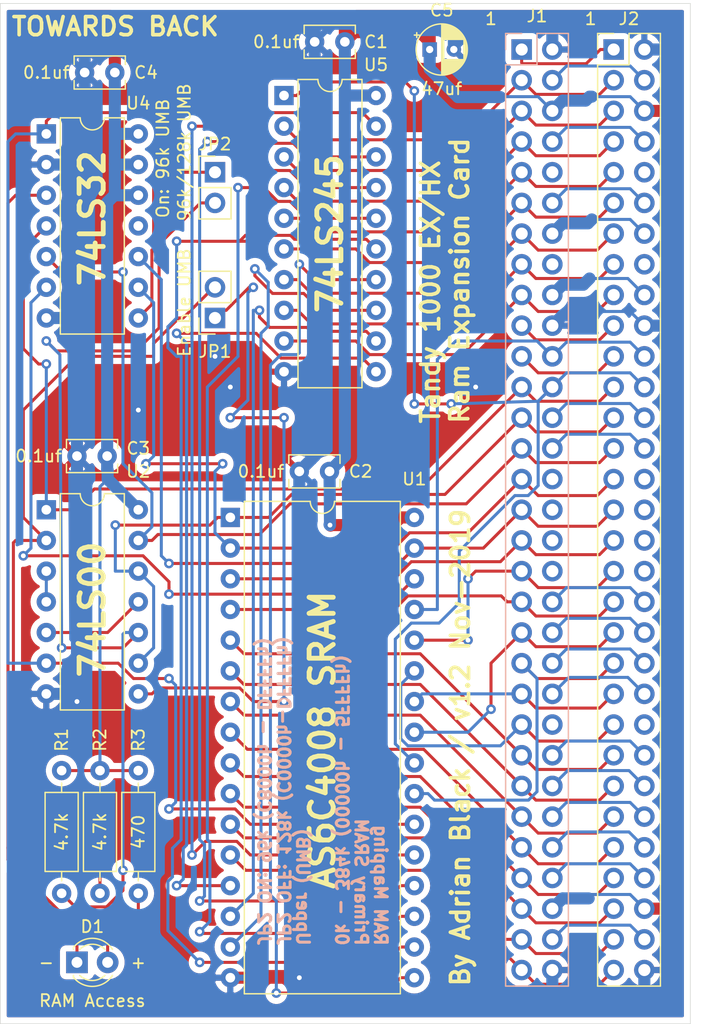
<source format=kicad_pcb>
(kicad_pcb (version 20171130) (host pcbnew "(5.1.4)-1")
  (layers (0 F.Cu signal) (31 B.Cu signal) (34 B.Paste user) (35 F.Paste user) (36 B.SilkS user) (37 F.SilkS user) (38 B.Mask user) (39 F.Mask user) (44 Edge.Cuts user))
  (net 0 "")
  (net 1 VCC)
  (net 2 GND)
  (net 3 D7)
  (net 4 D6)
  (net 5 D5)
  (net 6 D4)
  (net 7 "Net-(J1-Pad10)")
  (net 8 D3)
  (net 9 D2)
  (net 10 D1)
  (net 11 "Net-(J1-Pad16)")
  (net 12 D0)
  (net 13 MEMW)
  (net 14 MEMR)
  (net 15 A19)
  (net 16 A18)
  (net 17 A17)
  (net 18 A16)
  (net 19 "Net-(J1-Pad30)")
  (net 20 A15)
  (net 21 "Net-(J1-Pad32)")
  (net 22 A14)
  (net 23 "Net-(J1-Pad34)")
  (net 24 A13)
  (net 25 "Net-(J1-Pad36)")
  (net 26 A12)
  (net 27 A11)
  (net 28 A10)
  (net 29 A09)
  (net 30 A08)
  (net 31 "Net-(J1-Pad46)")
  (net 32 A07)
  (net 33 A06)
  (net 34 A05)
  (net 35 A04)
  (net 36 A03)
  (net 37 A02)
  (net 38 A01)
  (net 39 A00)
  (net 40 CE)
  (net 41 SA17)
  (net 42 "Net-(U2-Pad3)")
  (net 43 "Net-(D1-Pad2)")
  (net 44 "Net-(D1-Pad1)")
  (net 45 OSC)
  (net 46 ALE)
  (net 47 DMATC)
  (net 48 FDCDACK*)
  (net 49 IR3)
  (net 50 IR4)
  (net 51 BREQ*)
  (net 52 RFSH)
  (net 53 CLK)
  (net 54 REFRESH*)
  (net 55 IOR)
  (net 56 IOW)
  (net 57 AEN)
  (net 58 12V)
  (net 59 RDYIN)
  (net 60 -12V)
  (net 61 FDCMDRQ*)
  (net 62 IR2)
  (net 63 RESET)
  (net 64 NMI)
  (net 65 "Net-(J2-Pad10)")
  (net 66 "Net-(J2-Pad16)")
  (net 67 "Net-(J2-Pad30)")
  (net 68 "Net-(J2-Pad32)")
  (net 69 "Net-(J2-Pad34)")
  (net 70 "Net-(J2-Pad36)")
  (net 71 "Net-(J2-Pad46)")
  (net 72 "Net-(JP1-Pad2)")
  (net 73 "Net-(JP1-Pad1)")
  (net 74 "Net-(JP2-Pad2)")
  (net 75 "Net-(JP2-Pad1)")
  (net 76 BD3)
  (net 77 BD4)
  (net 78 BD5)
  (net 79 BD6)
  (net 80 BD7)
  (net 81 BD0)
  (net 82 BD1)
  (net 83 BD2)
  (net 84 "Net-(U2-Pad11)")
  (net 85 "Net-(U4-Pad11)")
  (module Resistor_THT:R_Axial_DIN0207_L6.3mm_D2.5mm_P10.16mm_Horizontal (layer F.Cu) (at 127 116.205 270)
    (fp_text reference R3 (at -2.54 0 90) (layer F.SilkS))
    (fp_text value 470 (at 5.08 0 90) (layer F.SilkS))
    (pad 2 thru_hole oval (at 10.16 0 270) (size 1.6 1.6) (drill 0.8) (layers *.Cu *.Mask) (net 43 "Net-(D1-Pad2)"))
    (pad 1 thru_hole circle (at 0 0 270) (size 1.6 1.6) (drill 0.8) (layers *.Cu *.Mask) (net 1 VCC))
  )
  (module Resistor_THT:R_Axial_DIN0207_L6.3mm_D2.5mm_P10.16mm_Horizontal (layer F.Cu) (at 123.825 116.205 270)
    (fp_text reference R2 (at -2.54 0 90) (layer F.SilkS))
    (fp_text value 4.7k (at 5.08 0 90) (layer F.SilkS))
    (pad 2 thru_hole oval (at 10.16 0 270) (size 1.6 1.6) (drill 0.8) (layers *.Cu *.Mask) (net 72 "Net-(JP1-Pad2)"))
    (pad 1 thru_hole circle (at 0 0 270) (size 1.6 1.6) (drill 0.8) (layers *.Cu *.Mask) (net 1 VCC))
  )
  (module Resistor_THT:R_Axial_DIN0207_L6.3mm_D2.5mm_P10.16mm_Horizontal (layer F.Cu) (at 120.65 116.205 270)
    (fp_text reference R1 (at -2.54 0 90) (layer F.SilkS))
    (fp_text value 4.7k (at 5.08 0 90) (layer F.SilkS))
    (pad 2 thru_hole oval (at 10.16 0 270) (size 1.6 1.6) (drill 0.8) (layers *.Cu *.Mask) (net 74 "Net-(JP2-Pad2)"))
    (pad 1 thru_hole circle (at 0 0 270) (size 1.6 1.6) (drill 0.8) (layers *.Cu *.Mask) (net 1 VCC))
  )
  (module Connector_PinSocket_2.54mm:PinSocket_1x02_P2.54mm_Vertical (layer F.Cu) (at 133.35 78.74 180)
    (fp_text reference JP1 (at 0 -2.77) (layer F.SilkS))
    (fp_text value "Enable UMB" (at 2.54 1.27 90) (layer F.SilkS))
    (pad 2 thru_hole oval (at 0 2.54 180) (size 1.7 1.7) (drill 1) (layers *.Cu *.Mask) (net 72 "Net-(JP1-Pad2)"))
    (pad 1 thru_hole rect (at 0 0 180) (size 1.7 1.7) (drill 1) (layers *.Cu *.Mask) (net 73 "Net-(JP1-Pad1)"))
  )
  (module Connector_PinHeader_2.54mm:PinHeader_1x02_P2.54mm_Vertical (layer F.Cu) (at 133.35 66.675)
    (fp_text reference JP2 (at 0 -2.33) (layer F.SilkS))
    (fp_text value "96k/128k UMB" (at -2.54 -1.651 90) (layer F.SilkS))
    (pad 2 thru_hole oval (at 0 2.54) (size 1.7 1.7) (drill 1) (layers *.Cu *.Mask) (net 74 "Net-(JP2-Pad2)"))
    (pad 1 thru_hole rect (at 0 0) (size 1.7 1.7) (drill 1) (layers *.Cu *.Mask) (net 75 "Net-(JP2-Pad1)"))
  )
  (module Connector_PinHeader_2.54mm:PinHeader_2x31_P2.54mm_Vertical (layer F.Cu) (at 166.37 56.515)
    (fp_text reference J2 (at 1.27 -2.54) (layer F.SilkS))
    (fp_text value Tandy_Expansion)
    (pad 62 thru_hole oval (at 2.54 76.2) (size 1.7 1.7) (drill 1) (layers *.Cu *.Mask) (net 2 GND))
    (pad 61 thru_hole oval (at 0 76.2) (size 1.7 1.7) (drill 1) (layers *.Cu *.Mask) (net 39 A00))
    (pad 60 thru_hole oval (at 2.54 73.66) (size 1.7 1.7) (drill 1) (layers *.Cu *.Mask) (net 45 OSC))
    (pad 59 thru_hole oval (at 0 73.66) (size 1.7 1.7) (drill 1) (layers *.Cu *.Mask) (net 38 A01))
    (pad 58 thru_hole oval (at 2.54 71.12) (size 1.7 1.7) (drill 1) (layers *.Cu *.Mask) (net 1 VCC))
    (pad 57 thru_hole oval (at 0 71.12) (size 1.7 1.7) (drill 1) (layers *.Cu *.Mask) (net 37 A02))
    (pad 56 thru_hole oval (at 2.54 68.58) (size 1.7 1.7) (drill 1) (layers *.Cu *.Mask) (net 46 ALE))
    (pad 55 thru_hole oval (at 0 68.58) (size 1.7 1.7) (drill 1) (layers *.Cu *.Mask) (net 36 A03))
    (pad 54 thru_hole oval (at 2.54 66.04) (size 1.7 1.7) (drill 1) (layers *.Cu *.Mask) (net 47 DMATC))
    (pad 53 thru_hole oval (at 0 66.04) (size 1.7 1.7) (drill 1) (layers *.Cu *.Mask) (net 35 A04))
    (pad 52 thru_hole oval (at 2.54 63.5) (size 1.7 1.7) (drill 1) (layers *.Cu *.Mask) (net 48 FDCDACK*))
    (pad 51 thru_hole oval (at 0 63.5) (size 1.7 1.7) (drill 1) (layers *.Cu *.Mask) (net 34 A05))
    (pad 50 thru_hole oval (at 2.54 60.96) (size 1.7 1.7) (drill 1) (layers *.Cu *.Mask) (net 49 IR3))
    (pad 49 thru_hole oval (at 0 60.96) (size 1.7 1.7) (drill 1) (layers *.Cu *.Mask) (net 33 A06))
    (pad 48 thru_hole oval (at 2.54 58.42) (size 1.7 1.7) (drill 1) (layers *.Cu *.Mask) (net 50 IR4))
    (pad 47 thru_hole oval (at 0 58.42) (size 1.7 1.7) (drill 1) (layers *.Cu *.Mask) (net 32 A07))
    (pad 46 thru_hole oval (at 2.54 55.88) (size 1.7 1.7) (drill 1) (layers *.Cu *.Mask) (net 71 "Net-(J2-Pad46)"))
    (pad 45 thru_hole oval (at 0 55.88) (size 1.7 1.7) (drill 1) (layers *.Cu *.Mask) (net 30 A08))
    (pad 44 thru_hole oval (at 2.54 53.34) (size 1.7 1.7) (drill 1) (layers *.Cu *.Mask) (net 51 BREQ*))
    (pad 43 thru_hole oval (at 0 53.34) (size 1.7 1.7) (drill 1) (layers *.Cu *.Mask) (net 29 A09))
    (pad 42 thru_hole oval (at 2.54 50.8) (size 1.7 1.7) (drill 1) (layers *.Cu *.Mask) (net 52 RFSH))
    (pad 41 thru_hole oval (at 0 50.8) (size 1.7 1.7) (drill 1) (layers *.Cu *.Mask) (net 28 A10))
    (pad 40 thru_hole oval (at 2.54 48.26) (size 1.7 1.7) (drill 1) (layers *.Cu *.Mask) (net 53 CLK))
    (pad 39 thru_hole oval (at 0 48.26) (size 1.7 1.7) (drill 1) (layers *.Cu *.Mask) (net 27 A11))
    (pad 38 thru_hole oval (at 2.54 45.72) (size 1.7 1.7) (drill 1) (layers *.Cu *.Mask) (net 54 REFRESH*))
    (pad 37 thru_hole oval (at 0 45.72) (size 1.7 1.7) (drill 1) (layers *.Cu *.Mask) (net 26 A12))
    (pad 36 thru_hole oval (at 2.54 43.18) (size 1.7 1.7) (drill 1) (layers *.Cu *.Mask) (net 70 "Net-(J2-Pad36)"))
    (pad 35 thru_hole oval (at 0 43.18) (size 1.7 1.7) (drill 1) (layers *.Cu *.Mask) (net 24 A13))
    (pad 34 thru_hole oval (at 2.54 40.64) (size 1.7 1.7) (drill 1) (layers *.Cu *.Mask) (net 69 "Net-(J2-Pad34)"))
    (pad 33 thru_hole oval (at 0 40.64) (size 1.7 1.7) (drill 1) (layers *.Cu *.Mask) (net 22 A14))
    (pad 32 thru_hole oval (at 2.54 38.1) (size 1.7 1.7) (drill 1) (layers *.Cu *.Mask) (net 68 "Net-(J2-Pad32)"))
    (pad 31 thru_hole oval (at 0 38.1) (size 1.7 1.7) (drill 1) (layers *.Cu *.Mask) (net 20 A15))
    (pad 30 thru_hole oval (at 2.54 35.56) (size 1.7 1.7) (drill 1) (layers *.Cu *.Mask) (net 67 "Net-(J2-Pad30)"))
    (pad 29 thru_hole oval (at 0 35.56) (size 1.7 1.7) (drill 1) (layers *.Cu *.Mask) (net 18 A16))
    (pad 28 thru_hole oval (at 2.54 33.02) (size 1.7 1.7) (drill 1) (layers *.Cu *.Mask) (net 55 IOR))
    (pad 27 thru_hole oval (at 0 33.02) (size 1.7 1.7) (drill 1) (layers *.Cu *.Mask) (net 17 A17))
    (pad 26 thru_hole oval (at 2.54 30.48) (size 1.7 1.7) (drill 1) (layers *.Cu *.Mask) (net 56 IOW))
    (pad 25 thru_hole oval (at 0 30.48) (size 1.7 1.7) (drill 1) (layers *.Cu *.Mask) (net 16 A18))
    (pad 24 thru_hole oval (at 2.54 27.94) (size 1.7 1.7) (drill 1) (layers *.Cu *.Mask) (net 14 MEMR))
    (pad 23 thru_hole oval (at 0 27.94) (size 1.7 1.7) (drill 1) (layers *.Cu *.Mask) (net 15 A19))
    (pad 22 thru_hole oval (at 2.54 25.4) (size 1.7 1.7) (drill 1) (layers *.Cu *.Mask) (net 13 MEMW))
    (pad 21 thru_hole oval (at 0 25.4) (size 1.7 1.7) (drill 1) (layers *.Cu *.Mask) (net 57 AEN))
    (pad 20 thru_hole oval (at 2.54 22.86) (size 1.7 1.7) (drill 1) (layers *.Cu *.Mask) (net 2 GND))
    (pad 19 thru_hole oval (at 0 22.86) (size 1.7 1.7) (drill 1) (layers *.Cu *.Mask) (net 59 RDYIN))
    (pad 18 thru_hole oval (at 2.54 20.32) (size 1.7 1.7) (drill 1) (layers *.Cu *.Mask) (net 58 12V))
    (pad 17 thru_hole oval (at 0 20.32) (size 1.7 1.7) (drill 1) (layers *.Cu *.Mask) (net 12 D0))
    (pad 16 thru_hole oval (at 2.54 17.78) (size 1.7 1.7) (drill 1) (layers *.Cu *.Mask) (net 66 "Net-(J2-Pad16)"))
    (pad 15 thru_hole oval (at 0 17.78) (size 1.7 1.7) (drill 1) (layers *.Cu *.Mask) (net 10 D1))
    (pad 14 thru_hole oval (at 2.54 15.24) (size 1.7 1.7) (drill 1) (layers *.Cu *.Mask) (net 60 -12V))
    (pad 13 thru_hole oval (at 0 15.24) (size 1.7 1.7) (drill 1) (layers *.Cu *.Mask) (net 9 D2))
    (pad 12 thru_hole oval (at 2.54 12.7) (size 1.7 1.7) (drill 1) (layers *.Cu *.Mask) (net 61 FDCMDRQ*))
    (pad 11 thru_hole oval (at 0 12.7) (size 1.7 1.7) (drill 1) (layers *.Cu *.Mask) (net 8 D3))
    (pad 10 thru_hole oval (at 2.54 10.16) (size 1.7 1.7) (drill 1) (layers *.Cu *.Mask) (net 65 "Net-(J2-Pad10)"))
    (pad 9 thru_hole oval (at 0 10.16) (size 1.7 1.7) (drill 1) (layers *.Cu *.Mask) (net 6 D4))
    (pad 8 thru_hole oval (at 2.54 7.62) (size 1.7 1.7) (drill 1) (layers *.Cu *.Mask) (net 62 IR2))
    (pad 7 thru_hole oval (at 0 7.62) (size 1.7 1.7) (drill 1) (layers *.Cu *.Mask) (net 5 D5))
    (pad 6 thru_hole oval (at 2.54 5.08) (size 1.7 1.7) (drill 1) (layers *.Cu *.Mask) (net 1 VCC))
    (pad 5 thru_hole oval (at 0 5.08) (size 1.7 1.7) (drill 1) (layers *.Cu *.Mask) (net 4 D6))
    (pad 4 thru_hole oval (at 2.54 2.54) (size 1.7 1.7) (drill 1) (layers *.Cu *.Mask) (net 63 RESET))
    (pad 3 thru_hole oval (at 0 2.54) (size 1.7 1.7) (drill 1) (layers *.Cu *.Mask) (net 3 D7))
    (pad 2 thru_hole oval (at 2.54 0) (size 1.7 1.7) (drill 1) (layers *.Cu *.Mask) (net 2 GND))
    (pad 1 thru_hole rect (at 0 0) (size 1.7 1.7) (drill 1) (layers *.Cu *.Mask) (net 64 NMI))
  )
  (module Package_DIP:DIP-20_W7.62mm (layer F.Cu) (at 139.065 60.325)
    (fp_text reference U5 (at 7.62 -2.54) (layer F.SilkS))
    (fp_text value 74LS245 (at 3.81 11.43 90) (layer F.SilkS) (effects (font (size 2 2) (thickness 0.4))))
    (pad 20 thru_hole oval (at 7.62 0) (size 1.6 1.6) (drill 0.8) (layers *.Cu *.Mask) (net 1 VCC))
    (pad 10 thru_hole oval (at 0 22.86) (size 1.6 1.6) (drill 0.8) (layers *.Cu *.Mask) (net 2 GND))
    (pad 19 thru_hole oval (at 7.62 2.54) (size 1.6 1.6) (drill 0.8) (layers *.Cu *.Mask) (net 40 CE))
    (pad 9 thru_hole oval (at 0 20.32) (size 1.6 1.6) (drill 0.8) (layers *.Cu *.Mask) (net 12 D0))
    (pad 18 thru_hole oval (at 7.62 5.08) (size 1.6 1.6) (drill 0.8) (layers *.Cu *.Mask) (net 80 BD7))
    (pad 8 thru_hole oval (at 0 17.78) (size 1.6 1.6) (drill 0.8) (layers *.Cu *.Mask) (net 10 D1))
    (pad 17 thru_hole oval (at 7.62 7.62) (size 1.6 1.6) (drill 0.8) (layers *.Cu *.Mask) (net 79 BD6))
    (pad 7 thru_hole oval (at 0 15.24) (size 1.6 1.6) (drill 0.8) (layers *.Cu *.Mask) (net 9 D2))
    (pad 16 thru_hole oval (at 7.62 10.16) (size 1.6 1.6) (drill 0.8) (layers *.Cu *.Mask) (net 78 BD5))
    (pad 6 thru_hole oval (at 0 12.7) (size 1.6 1.6) (drill 0.8) (layers *.Cu *.Mask) (net 8 D3))
    (pad 15 thru_hole oval (at 7.62 12.7) (size 1.6 1.6) (drill 0.8) (layers *.Cu *.Mask) (net 77 BD4))
    (pad 5 thru_hole oval (at 0 10.16) (size 1.6 1.6) (drill 0.8) (layers *.Cu *.Mask) (net 6 D4))
    (pad 14 thru_hole oval (at 7.62 15.24) (size 1.6 1.6) (drill 0.8) (layers *.Cu *.Mask) (net 76 BD3))
    (pad 4 thru_hole oval (at 0 7.62) (size 1.6 1.6) (drill 0.8) (layers *.Cu *.Mask) (net 5 D5))
    (pad 13 thru_hole oval (at 7.62 17.78) (size 1.6 1.6) (drill 0.8) (layers *.Cu *.Mask) (net 83 BD2))
    (pad 3 thru_hole oval (at 0 5.08) (size 1.6 1.6) (drill 0.8) (layers *.Cu *.Mask) (net 4 D6))
    (pad 12 thru_hole oval (at 7.62 20.32) (size 1.6 1.6) (drill 0.8) (layers *.Cu *.Mask) (net 82 BD1))
    (pad 2 thru_hole oval (at 0 2.54) (size 1.6 1.6) (drill 0.8) (layers *.Cu *.Mask) (net 3 D7))
    (pad 11 thru_hole oval (at 7.62 22.86) (size 1.6 1.6) (drill 0.8) (layers *.Cu *.Mask) (net 81 BD0))
    (pad 1 thru_hole rect (at 0 0) (size 1.6 1.6) (drill 0.8) (layers *.Cu *.Mask) (net 14 MEMR))
  )
  (module Package_DIP:DIP-14_W7.62mm (layer F.Cu) (at 119.38 63.5)
    (fp_text reference U4 (at 7.62 -2.54) (layer F.SilkS))
    (fp_text value 74LS32)
    (pad 14 thru_hole oval (at 7.62 0) (size 1.6 1.6) (drill 0.8) (layers *.Cu *.Mask) (net 1 VCC))
    (pad 7 thru_hole oval (at 0 15.24) (size 1.6 1.6) (drill 0.8) (layers *.Cu *.Mask) (net 2 GND))
    (pad 13 thru_hole oval (at 7.62 2.54) (size 1.6 1.6) (drill 0.8) (layers *.Cu *.Mask) (net 1 VCC))
    (pad 6 thru_hole oval (at 0 12.7) (size 1.6 1.6) (drill 0.8) (layers *.Cu *.Mask) (net 41 SA17))
    (pad 12 thru_hole oval (at 7.62 5.08) (size 1.6 1.6) (drill 0.8) (layers *.Cu *.Mask) (net 1 VCC))
    (pad 5 thru_hole oval (at 0 10.16) (size 1.6 1.6) (drill 0.8) (layers *.Cu *.Mask) (net 17 A17))
    (pad 11 thru_hole oval (at 7.62 7.62) (size 1.6 1.6) (drill 0.8) (layers *.Cu *.Mask) (net 85 "Net-(U4-Pad11)"))
    (pad 4 thru_hole oval (at 0 7.62) (size 1.6 1.6) (drill 0.8) (layers *.Cu *.Mask) (net 15 A19))
    (pad 10 thru_hole oval (at 7.62 10.16) (size 1.6 1.6) (drill 0.8) (layers *.Cu *.Mask) (net 20 A15))
    (pad 3 thru_hole oval (at 0 5.08) (size 1.6 1.6) (drill 0.8) (layers *.Cu *.Mask) (net 44 "Net-(D1-Pad1)"))
    (pad 9 thru_hole oval (at 7.62 12.7) (size 1.6 1.6) (drill 0.8) (layers *.Cu *.Mask) (net 18 A16))
    (pad 2 thru_hole oval (at 0 2.54) (size 1.6 1.6) (drill 0.8) (layers *.Cu *.Mask) (net 2 GND))
    (pad 8 thru_hole oval (at 7.62 15.24) (size 1.6 1.6) (drill 0.8) (layers *.Cu *.Mask) (net 75 "Net-(JP2-Pad1)"))
    (pad 1 thru_hole rect (at 0 0) (size 1.6 1.6) (drill 0.8) (layers *.Cu *.Mask) (net 40 CE))
  )
  (module Package_DIP:DIP-14_W7.62mm (layer F.Cu) (at 119.38 94.615)
    (fp_text reference U2 (at 7.62 -3.175) (layer F.SilkS))
    (fp_text value 74LS00 (at 3.81 8.255 90) (layer F.SilkS) (effects (font (size 2 2) (thickness 0.4))))
    (pad 14 thru_hole oval (at 7.62 0) (size 1.6 1.6) (drill 0.8) (layers *.Cu *.Mask) (net 1 VCC))
    (pad 7 thru_hole oval (at 0 15.24) (size 1.6 1.6) (drill 0.8) (layers *.Cu *.Mask) (net 2 GND))
    (pad 13 thru_hole oval (at 7.62 2.54) (size 1.6 1.6) (drill 0.8) (layers *.Cu *.Mask) (net 17 A17))
    (pad 6 thru_hole oval (at 0 12.7) (size 1.6 1.6) (drill 0.8) (layers *.Cu *.Mask) (net 40 CE))
    (pad 12 thru_hole oval (at 7.62 5.08) (size 1.6 1.6) (drill 0.8) (layers *.Cu *.Mask) (net 16 A18))
    (pad 5 thru_hole oval (at 0 10.16) (size 1.6 1.6) (drill 0.8) (layers *.Cu *.Mask) (net 84 "Net-(U2-Pad11)"))
    (pad 11 thru_hole oval (at 7.62 7.62) (size 1.6 1.6) (drill 0.8) (layers *.Cu *.Mask) (net 84 "Net-(U2-Pad11)"))
    (pad 4 thru_hole oval (at 0 7.62) (size 1.6 1.6) (drill 0.8) (layers *.Cu *.Mask) (net 42 "Net-(U2-Pad3)"))
    (pad 10 thru_hole oval (at 7.62 10.16) (size 1.6 1.6) (drill 0.8) (layers *.Cu *.Mask) (net 74 "Net-(JP2-Pad2)"))
    (pad 3 thru_hole oval (at 0 5.08) (size 1.6 1.6) (drill 0.8) (layers *.Cu *.Mask) (net 42 "Net-(U2-Pad3)"))
    (pad 9 thru_hole oval (at 7.62 12.7) (size 1.6 1.6) (drill 0.8) (layers *.Cu *.Mask) (net 16 A18))
    (pad 2 thru_hole oval (at 0 2.54) (size 1.6 1.6) (drill 0.8) (layers *.Cu *.Mask) (net 72 "Net-(JP1-Pad2)"))
    (pad 8 thru_hole oval (at 7.62 15.24) (size 1.6 1.6) (drill 0.8) (layers *.Cu *.Mask) (net 73 "Net-(JP1-Pad1)"))
    (pad 1 thru_hole rect (at 0 0) (size 1.6 1.6) (drill 0.8) (layers *.Cu *.Mask) (net 15 A19))
  )
  (module LED_THT:LED_D3.0mm (layer F.Cu) (at 121.92 132.08)
    (fp_text reference D1 (at 1.27 -2.96) (layer F.SilkS))
    (fp_text value "RAM Access" (at 1.27 3.175) (layer F.SilkS))
    (pad 2 thru_hole circle (at 2.54 0) (size 1.8 1.8) (drill 0.9) (layers *.Cu *.Mask) (net 43 "Net-(D1-Pad2)"))
    (pad 1 thru_hole rect (at 0 0) (size 1.8 1.8) (drill 0.9) (layers *.Cu *.Mask) (net 44 "Net-(D1-Pad1)"))
  )
  (module Capacitor_THT:CP_Radial_D4.0mm_P2.00mm (layer F.Cu) (at 151.13 56.515)
    (fp_text reference C5 (at 1 -3.25) (layer F.SilkS))
    (fp_text value 47uf (at 1 3.25) (layer F.SilkS))
    (pad 2 thru_hole circle (at 2 0) (size 1.2 1.2) (drill 0.6) (layers *.Cu *.Mask) (net 2 GND))
    (pad 1 thru_hole rect (at 0 0) (size 1.2 1.2) (drill 0.6) (layers *.Cu *.Mask) (net 1 VCC))
  )
  (module Capacitor_THT:C_Rect_L4.0mm_W2.5mm_P2.50mm (layer F.Cu) (at 122.555 58.42)
    (fp_text reference C4 (at 5.08 0) (layer F.SilkS))
    (fp_text value 0.1uf)
    (pad 2 thru_hole circle (at 2.5 0) (size 1.6 1.6) (drill 0.8) (layers *.Cu *.Mask) (net 1 VCC))
    (pad 1 thru_hole circle (at 0 0) (size 1.6 1.6) (drill 0.8) (layers *.Cu *.Mask) (net 2 GND))
  )
  (module Connector_PinSocket_2.54mm:PinSocket_2x31_P2.54mm_Vertical (layer B.Cu) (at 158.75 56.515 180)
    (fp_text reference J1 (at -1.27 2.77) (layer F.SilkS))
    (fp_text value Tandy_Expansion)
    (pad 62 thru_hole oval (at -2.54 -76.2 180) (size 1.7 1.7) (drill 1) (layers *.Cu *.Mask) (net 2 GND))
    (pad 61 thru_hole oval (at 0 -76.2 180) (size 1.7 1.7) (drill 1) (layers *.Cu *.Mask) (net 39 A00))
    (pad 60 thru_hole oval (at -2.54 -73.66 180) (size 1.7 1.7) (drill 1) (layers *.Cu *.Mask) (net 45 OSC))
    (pad 59 thru_hole oval (at 0 -73.66 180) (size 1.7 1.7) (drill 1) (layers *.Cu *.Mask) (net 38 A01))
    (pad 58 thru_hole oval (at -2.54 -71.12 180) (size 1.7 1.7) (drill 1) (layers *.Cu *.Mask) (net 1 VCC))
    (pad 57 thru_hole oval (at 0 -71.12 180) (size 1.7 1.7) (drill 1) (layers *.Cu *.Mask) (net 37 A02))
    (pad 56 thru_hole oval (at -2.54 -68.58 180) (size 1.7 1.7) (drill 1) (layers *.Cu *.Mask) (net 46 ALE))
    (pad 55 thru_hole oval (at 0 -68.58 180) (size 1.7 1.7) (drill 1) (layers *.Cu *.Mask) (net 36 A03))
    (pad 54 thru_hole oval (at -2.54 -66.04 180) (size 1.7 1.7) (drill 1) (layers *.Cu *.Mask) (net 47 DMATC))
    (pad 53 thru_hole oval (at 0 -66.04 180) (size 1.7 1.7) (drill 1) (layers *.Cu *.Mask) (net 35 A04))
    (pad 52 thru_hole oval (at -2.54 -63.5 180) (size 1.7 1.7) (drill 1) (layers *.Cu *.Mask) (net 48 FDCDACK*))
    (pad 51 thru_hole oval (at 0 -63.5 180) (size 1.7 1.7) (drill 1) (layers *.Cu *.Mask) (net 34 A05))
    (pad 50 thru_hole oval (at -2.54 -60.96 180) (size 1.7 1.7) (drill 1) (layers *.Cu *.Mask) (net 49 IR3))
    (pad 49 thru_hole oval (at 0 -60.96 180) (size 1.7 1.7) (drill 1) (layers *.Cu *.Mask) (net 33 A06))
    (pad 48 thru_hole oval (at -2.54 -58.42 180) (size 1.7 1.7) (drill 1) (layers *.Cu *.Mask) (net 50 IR4))
    (pad 47 thru_hole oval (at 0 -58.42 180) (size 1.7 1.7) (drill 1) (layers *.Cu *.Mask) (net 32 A07))
    (pad 46 thru_hole oval (at -2.54 -55.88 180) (size 1.7 1.7) (drill 1) (layers *.Cu *.Mask) (net 31 "Net-(J1-Pad46)"))
    (pad 45 thru_hole oval (at 0 -55.88 180) (size 1.7 1.7) (drill 1) (layers *.Cu *.Mask) (net 30 A08))
    (pad 44 thru_hole oval (at -2.54 -53.34 180) (size 1.7 1.7) (drill 1) (layers *.Cu *.Mask) (net 51 BREQ*))
    (pad 43 thru_hole oval (at 0 -53.34 180) (size 1.7 1.7) (drill 1) (layers *.Cu *.Mask) (net 29 A09))
    (pad 42 thru_hole oval (at -2.54 -50.8 180) (size 1.7 1.7) (drill 1) (layers *.Cu *.Mask) (net 52 RFSH))
    (pad 41 thru_hole oval (at 0 -50.8 180) (size 1.7 1.7) (drill 1) (layers *.Cu *.Mask) (net 28 A10))
    (pad 40 thru_hole oval (at -2.54 -48.26 180) (size 1.7 1.7) (drill 1) (layers *.Cu *.Mask) (net 53 CLK))
    (pad 39 thru_hole oval (at 0 -48.26 180) (size 1.7 1.7) (drill 1) (layers *.Cu *.Mask) (net 27 A11))
    (pad 38 thru_hole oval (at -2.54 -45.72 180) (size 1.7 1.7) (drill 1) (layers *.Cu *.Mask) (net 54 REFRESH*))
    (pad 37 thru_hole oval (at 0 -45.72 180) (size 1.7 1.7) (drill 1) (layers *.Cu *.Mask) (net 26 A12))
    (pad 36 thru_hole oval (at -2.54 -43.18 180) (size 1.7 1.7) (drill 1) (layers *.Cu *.Mask) (net 25 "Net-(J1-Pad36)"))
    (pad 35 thru_hole oval (at 0 -43.18 180) (size 1.7 1.7) (drill 1) (layers *.Cu *.Mask) (net 24 A13))
    (pad 34 thru_hole oval (at -2.54 -40.64 180) (size 1.7 1.7) (drill 1) (layers *.Cu *.Mask) (net 23 "Net-(J1-Pad34)"))
    (pad 33 thru_hole oval (at 0 -40.64 180) (size 1.7 1.7) (drill 1) (layers *.Cu *.Mask) (net 22 A14))
    (pad 32 thru_hole oval (at -2.54 -38.1 180) (size 1.7 1.7) (drill 1) (layers *.Cu *.Mask) (net 21 "Net-(J1-Pad32)"))
    (pad 31 thru_hole oval (at 0 -38.1 180) (size 1.7 1.7) (drill 1) (layers *.Cu *.Mask) (net 20 A15))
    (pad 30 thru_hole oval (at -2.54 -35.56 180) (size 1.7 1.7) (drill 1) (layers *.Cu *.Mask) (net 19 "Net-(J1-Pad30)"))
    (pad 29 thru_hole oval (at 0 -35.56 180) (size 1.7 1.7) (drill 1) (layers *.Cu *.Mask) (net 18 A16))
    (pad 28 thru_hole oval (at -2.54 -33.02 180) (size 1.7 1.7) (drill 1) (layers *.Cu *.Mask) (net 55 IOR))
    (pad 27 thru_hole oval (at 0 -33.02 180) (size 1.7 1.7) (drill 1) (layers *.Cu *.Mask) (net 17 A17))
    (pad 26 thru_hole oval (at -2.54 -30.48 180) (size 1.7 1.7) (drill 1) (layers *.Cu *.Mask) (net 56 IOW))
    (pad 25 thru_hole oval (at 0 -30.48 180) (size 1.7 1.7) (drill 1) (layers *.Cu *.Mask) (net 16 A18))
    (pad 24 thru_hole oval (at -2.54 -27.94 180) (size 1.7 1.7) (drill 1) (layers *.Cu *.Mask) (net 14 MEMR))
    (pad 23 thru_hole oval (at 0 -27.94 180) (size 1.7 1.7) (drill 1) (layers *.Cu *.Mask) (net 15 A19))
    (pad 22 thru_hole oval (at -2.54 -25.4 180) (size 1.7 1.7) (drill 1) (layers *.Cu *.Mask) (net 13 MEMW))
    (pad 21 thru_hole oval (at 0 -25.4 180) (size 1.7 1.7) (drill 1) (layers *.Cu *.Mask) (net 57 AEN))
    (pad 20 thru_hole oval (at -2.54 -22.86 180) (size 1.7 1.7) (drill 1) (layers *.Cu *.Mask) (net 2 GND))
    (pad 19 thru_hole oval (at 0 -22.86 180) (size 1.7 1.7) (drill 1) (layers *.Cu *.Mask) (net 59 RDYIN))
    (pad 18 thru_hole oval (at -2.54 -20.32 180) (size 1.7 1.7) (drill 1) (layers *.Cu *.Mask) (net 58 12V))
    (pad 17 thru_hole oval (at 0 -20.32 180) (size 1.7 1.7) (drill 1) (layers *.Cu *.Mask) (net 12 D0))
    (pad 16 thru_hole oval (at -2.54 -17.78 180) (size 1.7 1.7) (drill 1) (layers *.Cu *.Mask) (net 11 "Net-(J1-Pad16)"))
    (pad 15 thru_hole oval (at 0 -17.78 180) (size 1.7 1.7) (drill 1) (layers *.Cu *.Mask) (net 10 D1))
    (pad 14 thru_hole oval (at -2.54 -15.24 180) (size 1.7 1.7) (drill 1) (layers *.Cu *.Mask) (net 60 -12V))
    (pad 13 thru_hole oval (at 0 -15.24 180) (size 1.7 1.7) (drill 1) (layers *.Cu *.Mask) (net 9 D2))
    (pad 12 thru_hole oval (at -2.54 -12.7 180) (size 1.7 1.7) (drill 1) (layers *.Cu *.Mask) (net 61 FDCMDRQ*))
    (pad 11 thru_hole oval (at 0 -12.7 180) (size 1.7 1.7) (drill 1) (layers *.Cu *.Mask) (net 8 D3))
    (pad 10 thru_hole oval (at -2.54 -10.16 180) (size 1.7 1.7) (drill 1) (layers *.Cu *.Mask) (net 7 "Net-(J1-Pad10)"))
    (pad 9 thru_hole oval (at 0 -10.16 180) (size 1.7 1.7) (drill 1) (layers *.Cu *.Mask) (net 6 D4))
    (pad 8 thru_hole oval (at -2.54 -7.62 180) (size 1.7 1.7) (drill 1) (layers *.Cu *.Mask) (net 62 IR2))
    (pad 7 thru_hole oval (at 0 -7.62 180) (size 1.7 1.7) (drill 1) (layers *.Cu *.Mask) (net 5 D5))
    (pad 6 thru_hole oval (at -2.54 -5.08 180) (size 1.7 1.7) (drill 1) (layers *.Cu *.Mask) (net 1 VCC))
    (pad 5 thru_hole oval (at 0 -5.08 180) (size 1.7 1.7) (drill 1) (layers *.Cu *.Mask) (net 4 D6))
    (pad 4 thru_hole oval (at -2.54 -2.54 180) (size 1.7 1.7) (drill 1) (layers *.Cu *.Mask) (net 63 RESET))
    (pad 3 thru_hole oval (at 0 -2.54 180) (size 1.7 1.7) (drill 1) (layers *.Cu *.Mask) (net 3 D7))
    (pad 2 thru_hole oval (at -2.54 0 180) (size 1.7 1.7) (drill 1) (layers *.Cu *.Mask) (net 2 GND))
    (pad 1 thru_hole rect (at 0 0 180) (size 1.7 1.7) (drill 1) (layers *.Cu *.Mask) (net 64 NMI))
  )
  (module Capacitor_THT:C_Rect_L4.0mm_W2.5mm_P2.50mm (layer F.Cu) (at 140.335 91.44)
    (fp_text reference C2 (at 5.08 0) (layer F.SilkS))
    (fp_text value 0.1uf)
    (pad 2 thru_hole circle (at 2.5 0) (size 1.6 1.6) (drill 0.8) (layers *.Cu *.Mask) (net 1 VCC))
    (pad 1 thru_hole circle (at 0 0) (size 1.6 1.6) (drill 0.8) (layers *.Cu *.Mask) (net 2 GND))
  )
  (module Capacitor_THT:C_Rect_L4.0mm_W2.5mm_P2.50mm (layer F.Cu) (at 141.605 55.88)
    (fp_text reference C1 (at 5.08 0) (layer F.SilkS))
    (fp_text value 0.1uf)
    (pad 2 thru_hole circle (at 2.5 0) (size 1.6 1.6) (drill 0.8) (layers *.Cu *.Mask) (net 1 VCC))
    (pad 1 thru_hole circle (at 0 0) (size 1.6 1.6) (drill 0.8) (layers *.Cu *.Mask) (net 2 GND))
  )
  (module Capacitor_THT:C_Rect_L4.0mm_W2.5mm_P2.50mm (layer F.Cu) (at 121.92 90.17)
    (fp_text reference C3 (at 5.08 -0.635) (layer F.SilkS))
    (fp_text value 0.1uf)
    (pad 1 thru_hole circle (at 0 0) (size 1.6 1.6) (drill 0.8) (layers *.Cu *.Mask) (net 2 GND))
    (pad 2 thru_hole circle (at 2.5 0) (size 1.6 1.6) (drill 0.8) (layers *.Cu *.Mask) (net 1 VCC))
  )
  (module Package_DIP:DIP-32_W15.24mm (layer F.Cu) (at 134.62 95.25)
    (fp_text reference U1 (at 15.24 -3.175) (layer F.SilkS))
    (fp_text value AS6C4008-55PCN)
    (pad 1 thru_hole rect (at 0 0) (size 1.6 1.6) (drill 0.8) (layers *.Cu *.Mask) (net 16 A18))
    (pad 17 thru_hole oval (at 15.24 38.1) (size 1.6 1.6) (drill 0.8) (layers *.Cu *.Mask) (net 76 BD3))
    (pad 2 thru_hole oval (at 0 2.54) (size 1.6 1.6) (drill 0.8) (layers *.Cu *.Mask) (net 18 A16))
    (pad 18 thru_hole oval (at 15.24 35.56) (size 1.6 1.6) (drill 0.8) (layers *.Cu *.Mask) (net 77 BD4))
    (pad 3 thru_hole oval (at 0 5.08) (size 1.6 1.6) (drill 0.8) (layers *.Cu *.Mask) (net 22 A14))
    (pad 19 thru_hole oval (at 15.24 33.02) (size 1.6 1.6) (drill 0.8) (layers *.Cu *.Mask) (net 78 BD5))
    (pad 4 thru_hole oval (at 0 7.62) (size 1.6 1.6) (drill 0.8) (layers *.Cu *.Mask) (net 26 A12))
    (pad 20 thru_hole oval (at 15.24 30.48) (size 1.6 1.6) (drill 0.8) (layers *.Cu *.Mask) (net 79 BD6))
    (pad 5 thru_hole oval (at 0 10.16) (size 1.6 1.6) (drill 0.8) (layers *.Cu *.Mask) (net 32 A07))
    (pad 21 thru_hole oval (at 15.24 27.94) (size 1.6 1.6) (drill 0.8) (layers *.Cu *.Mask) (net 80 BD7))
    (pad 6 thru_hole oval (at 0 12.7) (size 1.6 1.6) (drill 0.8) (layers *.Cu *.Mask) (net 33 A06))
    (pad 22 thru_hole oval (at 15.24 25.4) (size 1.6 1.6) (drill 0.8) (layers *.Cu *.Mask) (net 40 CE))
    (pad 7 thru_hole oval (at 0 15.24) (size 1.6 1.6) (drill 0.8) (layers *.Cu *.Mask) (net 34 A05))
    (pad 23 thru_hole oval (at 15.24 22.86) (size 1.6 1.6) (drill 0.8) (layers *.Cu *.Mask) (net 28 A10))
    (pad 8 thru_hole oval (at 0 17.78) (size 1.6 1.6) (drill 0.8) (layers *.Cu *.Mask) (net 35 A04))
    (pad 24 thru_hole oval (at 15.24 20.32) (size 1.6 1.6) (drill 0.8) (layers *.Cu *.Mask) (net 14 MEMR))
    (pad 9 thru_hole oval (at 0 20.32) (size 1.6 1.6) (drill 0.8) (layers *.Cu *.Mask) (net 36 A03))
    (pad 25 thru_hole oval (at 15.24 17.78) (size 1.6 1.6) (drill 0.8) (layers *.Cu *.Mask) (net 27 A11))
    (pad 10 thru_hole oval (at 0 22.86) (size 1.6 1.6) (drill 0.8) (layers *.Cu *.Mask) (net 37 A02))
    (pad 26 thru_hole oval (at 15.24 15.24) (size 1.6 1.6) (drill 0.8) (layers *.Cu *.Mask) (net 29 A09))
    (pad 11 thru_hole oval (at 0 25.4) (size 1.6 1.6) (drill 0.8) (layers *.Cu *.Mask) (net 38 A01))
    (pad 27 thru_hole oval (at 15.24 12.7) (size 1.6 1.6) (drill 0.8) (layers *.Cu *.Mask) (net 30 A08))
    (pad 12 thru_hole oval (at 0 27.94) (size 1.6 1.6) (drill 0.8) (layers *.Cu *.Mask) (net 39 A00))
    (pad 28 thru_hole oval (at 15.24 10.16) (size 1.6 1.6) (drill 0.8) (layers *.Cu *.Mask) (net 24 A13))
    (pad 13 thru_hole oval (at 0 30.48) (size 1.6 1.6) (drill 0.8) (layers *.Cu *.Mask) (net 81 BD0))
    (pad 29 thru_hole oval (at 15.24 7.62) (size 1.6 1.6) (drill 0.8) (layers *.Cu *.Mask) (net 13 MEMW))
    (pad 14 thru_hole oval (at 0 33.02) (size 1.6 1.6) (drill 0.8) (layers *.Cu *.Mask) (net 82 BD1))
    (pad 30 thru_hole oval (at 15.24 5.08) (size 1.6 1.6) (drill 0.8) (layers *.Cu *.Mask) (net 41 SA17))
    (pad 15 thru_hole oval (at 0 35.56) (size 1.6 1.6) (drill 0.8) (layers *.Cu *.Mask) (net 83 BD2))
    (pad 31 thru_hole oval (at 15.24 2.54) (size 1.6 1.6) (drill 0.8) (layers *.Cu *.Mask) (net 20 A15))
    (pad 16 thru_hole oval (at 0 38.1) (size 1.6 1.6) (drill 0.8) (layers *.Cu *.Mask) (net 2 GND))
    (pad 32 thru_hole oval (at 15.24 0) (size 1.6 1.6) (drill 0.8) (layers *.Cu *.Mask) (net 1 VCC))
  )
  (gr_text "On: 96k UMB" (at 129.032 65.532 90) (layer F.SilkS) (effects (font (size 1 1))))
  (gr_text "RAM Mapping\nPrimary SRAM\n0k - 384k (00000h - 5FFFFh)\n\nUpper (UMB)\nJP2 OFF: 128k (C0000h-DFFFFh)\nJP2 ON: 96k (C8000h - DFFFFh)" (at 142.24 130.81 270) (layer B.SilkS) (effects (font (size 1 1) (thickness 0.25)) (justify left mirror)))
  (gr_text 1 (at 164.465 53.975) (layer F.SilkS) (effects (font (size 1 1))))
  (gr_text 1 (at 156.21 53.975) (layer F.SilkS) (effects (font (size 1 1))))
  (gr_text + (at 127 132.08) (layer F.SilkS) (effects (font (size 1 1))))
  (gr_text - (at 119.38 132.08) (layer F.SilkS) (effects (font (size 1 1))))
  (gr_text 0.1uf (at 137.16 91.44) (layer F.SilkS) (effects (font (size 1 1))))
  (gr_text 0.1uf (at 138.43 55.88) (layer F.SilkS) (effects (font (size 1 1))))
  (gr_line (start 115.57 52.705) (end 115.57 137.16) (layer Edge.Cuts) (width 0.05))
  (gr_line (start 172.72 137.16) (end 115.57 137.16) (layer Edge.Cuts) (width 0.05))
  (gr_line (start 172.72 52.705) (end 172.72 137.16) (layer Edge.Cuts) (width 0.05))
  (gr_line (start 115.57 52.705) (end 172.72 52.705) (layer Edge.Cuts) (width 0.05))
  (gr_text 74LS32 (at 123.19 70.485 90) (layer F.SilkS) (effects (font (size 2 2) (thickness 0.4))))
  (gr_text "AS6C4008 SRAM" (at 142.24 113.665 90) (layer F.SilkS) (effects (font (size 2 2) (thickness 0.4))))
  (gr_text 0.1uf (at 119.38 58.42) (layer F.SilkS) (effects (font (size 1 1))))
  (gr_text 0.1uf (at 118.745 90.17) (layer F.SilkS) (effects (font (size 1 1))))
  (gr_text "By Adrian Black / v1.2 Nov-2019" (at 153.67 114.3 90) (layer F.SilkS) (effects (font (size 1.5 1.5) (thickness 0.3))))
  (gr_text "Tandy 1000 EX/HX\nRam Expansion Card" (at 152.4 87.63 90) (layer F.SilkS) (effects (font (size 1.5 1.5) (thickness 0.3)) (justify left)))
  (gr_text "TOWARDS BACK" (at 125.095 54.61) (layer F.SilkS) (effects (font (size 1.5 1.5) (thickness 0.3))))
  (segment (start 168.060001 126.785001) (end 168.91 127.635) (width 0.25) (layer B.Cu) (net 1))
  (segment (start 167.734999 126.459999) (end 168.060001 126.785001) (width 0.25) (layer B.Cu) (net 1))
  (segment (start 162.465001 126.459999) (end 167.734999 126.459999) (width 0.25) (layer B.Cu) (net 1))
  (segment (start 161.29 127.635) (end 162.465001 126.459999) (width 0.25) (layer B.Cu) (net 1))
  (segment (start 168.060001 60.745001) (end 168.91 61.595) (width 0.25) (layer B.Cu) (net 1))
  (segment (start 167.734999 60.419999) (end 168.060001 60.745001) (width 0.25) (layer B.Cu) (net 1))
  (segment (start 168.91 127.635) (end 170.815 127.635) (width 1) (layer F.Cu) (net 1))
  (segment (start 170.815 127.635) (end 170.815 61.595) (width 1) (layer F.Cu) (net 1))
  (segment (start 170.815 61.595) (end 168.91 61.595) (width 1) (layer F.Cu) (net 1))
  (segment (start 170.815 61.595) (end 170.815 54.61) (width 1) (layer F.Cu) (net 1))
  (segment (start 170.815 54.61) (end 151.13 54.61) (width 1) (layer F.Cu) (net 1))
  (segment (start 144.105 55.88) (end 144.105 60.285) (width 1) (layer B.Cu) (net 1))
  (segment (start 144.145 60.325) (end 146.685 60.325) (width 1) (layer B.Cu) (net 1))
  (segment (start 144.105 60.285) (end 144.145 60.325) (width 1) (layer B.Cu) (net 1))
  (segment (start 144.105 90.17) (end 142.835 91.44) (width 1) (layer B.Cu) (net 1))
  (segment (start 144.105 60.285) (end 144.105 90.17) (width 1) (layer B.Cu) (net 1))
  (segment (start 125.055 58.42) (end 125.055 63.46) (width 1) (layer B.Cu) (net 1))
  (segment (start 125.095 63.5) (end 127 63.5) (width 1) (layer B.Cu) (net 1))
  (segment (start 125.055 63.46) (end 125.095 63.5) (width 1) (layer B.Cu) (net 1))
  (segment (start 125.055 63.46) (end 125.055 66) (width 1) (layer B.Cu) (net 1))
  (segment (start 125.095 66.04) (end 127 66.04) (width 1) (layer B.Cu) (net 1))
  (segment (start 125.055 66) (end 125.095 66.04) (width 1) (layer B.Cu) (net 1))
  (segment (start 125.055 66) (end 125.055 68.54) (width 1) (layer B.Cu) (net 1))
  (segment (start 125.095 68.58) (end 127 68.58) (width 1) (layer B.Cu) (net 1))
  (segment (start 125.055 68.54) (end 125.095 68.58) (width 1) (layer B.Cu) (net 1))
  (segment (start 124.42 69.175) (end 124.42 90.17) (width 1) (layer B.Cu) (net 1))
  (segment (start 125.055 68.54) (end 124.42 69.175) (width 1) (layer B.Cu) (net 1))
  (segment (start 124.42 91.30137) (end 124.46 91.34137) (width 1) (layer B.Cu) (net 1))
  (segment (start 124.42 90.17) (end 124.42 91.30137) (width 1) (layer B.Cu) (net 1))
  (segment (start 124.46 92.075) (end 127 94.615) (width 1) (layer B.Cu) (net 1))
  (segment (start 124.46 91.34137) (end 124.46 92.075) (width 1) (layer B.Cu) (net 1))
  (segment (start 142.835 91.44) (end 142.875 95.885) (width 1) (layer B.Cu) (net 1))
  (segment (start 142.875 95.885) (end 142.835 95.845) (width 1) (layer B.Cu) (net 1))
  (via (at 142.875 95.885) (size 0.8) (drill 0.4) (layers F.Cu B.Cu) (net 1))
  (segment (start 123.825 92.71) (end 123.825 116.205) (width 0.25) (layer B.Cu) (net 1))
  (segment (start 124.46 92.075) (end 123.825 92.71) (width 0.25) (layer B.Cu) (net 1))
  (segment (start 123.825 116.205) (end 127 116.205) (width 0.25) (layer F.Cu) (net 1))
  (segment (start 123.825 116.205) (end 120.65 116.205) (width 0.25) (layer F.Cu) (net 1))
  (segment (start 150.330001 55.080001) (end 151.13 55.88) (width 1) (layer F.Cu) (net 1))
  (segment (start 144.904999 55.080001) (end 150.330001 55.080001) (width 1) (layer F.Cu) (net 1))
  (segment (start 144.105 55.88) (end 144.904999 55.080001) (width 1) (layer F.Cu) (net 1))
  (segment (start 151.13 54.61) (end 151.13 55.88) (width 1) (layer F.Cu) (net 1))
  (segment (start 151.13 55.88) (end 151.13 56.515) (width 1) (layer F.Cu) (net 1))
  (segment (start 144.105 55.88) (end 144.105 54.015) (width 1) (layer F.Cu) (net 1))
  (segment (start 144.105 54.015) (end 125.69 54.015) (width 1) (layer F.Cu) (net 1))
  (segment (start 125.055 54.65) (end 125.055 58.42) (width 1) (layer F.Cu) (net 1))
  (segment (start 125.69 54.015) (end 125.055 54.65) (width 1) (layer F.Cu) (net 1))
  (segment (start 148.72863 95.25) (end 148.09363 95.885) (width 1) (layer F.Cu) (net 1))
  (segment (start 149.86 95.25) (end 148.72863 95.25) (width 1) (layer F.Cu) (net 1))
  (segment (start 142.968738 95.885) (end 142.921869 95.931869) (width 1) (layer F.Cu) (net 1))
  (segment (start 148.09363 95.885) (end 142.968738 95.885) (width 1) (layer F.Cu) (net 1))
  (segment (start 162.139999 60.745001) (end 164.044999 60.745001) (width 1) (layer B.Cu) (net 1))
  (segment (start 161.29 61.595) (end 162.139999 60.745001) (width 1) (layer B.Cu) (net 1))
  (segment (start 164.370001 60.419999) (end 164.559999 60.419999) (width 1) (layer B.Cu) (net 1))
  (segment (start 164.044999 60.745001) (end 164.370001 60.419999) (width 1) (layer B.Cu) (net 1))
  (segment (start 164.559999 60.419999) (end 167.734999 60.419999) (width 0.25) (layer B.Cu) (net 1))
  (segment (start 162.139999 126.785001) (end 164.298999 126.785001) (width 1) (layer B.Cu) (net 1))
  (segment (start 161.29 127.635) (end 162.139999 126.785001) (width 1) (layer B.Cu) (net 1))
  (segment (start 151.13 58.115) (end 153.467 60.452) (width 1) (layer B.Cu) (net 1))
  (segment (start 151.13 56.515) (end 151.13 58.115) (width 1) (layer B.Cu) (net 1))
  (segment (start 153.467 60.452) (end 156.972 60.452) (width 1) (layer B.Cu) (net 1))
  (segment (start 160.440001 60.745001) (end 161.29 61.595) (width 0.25) (layer B.Cu) (net 1))
  (segment (start 160.114999 60.419999) (end 160.440001 60.745001) (width 0.25) (layer B.Cu) (net 1))
  (segment (start 157.004001 60.419999) (end 160.114999 60.419999) (width 0.25) (layer B.Cu) (net 1))
  (segment (start 156.972 60.452) (end 157.004001 60.419999) (width 0.25) (layer B.Cu) (net 1))
  (segment (start 161.29 132.715) (end 161.29 134.62) (width 1) (layer B.Cu) (net 2))
  (segment (start 161.29 134.62) (end 168.91 134.62) (width 1) (layer B.Cu) (net 2))
  (segment (start 168.91 134.62) (end 168.91 132.715) (width 1) (layer B.Cu) (net 2))
  (segment (start 168.91 134.62) (end 170.815 134.62) (width 1) (layer B.Cu) (net 2))
  (segment (start 170.815 76.835) (end 170.815 56.515) (width 1) (layer B.Cu) (net 2))
  (segment (start 170.815 56.515) (end 168.91 56.515) (width 1) (layer B.Cu) (net 2))
  (segment (start 170.815 56.515) (end 170.815 54.61) (width 1) (layer B.Cu) (net 2))
  (segment (start 170.815 54.61) (end 161.29 54.61) (width 1) (layer B.Cu) (net 2))
  (segment (start 161.29 54.61) (end 161.29 56.515) (width 1) (layer B.Cu) (net 2))
  (segment (start 161.29 54.61) (end 153.035 54.61) (width 1) (layer B.Cu) (net 2))
  (segment (start 153.13 54.705) (end 153.13 56.515) (width 1) (layer B.Cu) (net 2))
  (segment (start 153.035 54.61) (end 153.13 54.705) (width 1) (layer B.Cu) (net 2))
  (segment (start 141.605 55.88) (end 141.605 83.185) (width 1) (layer B.Cu) (net 2))
  (segment (start 141.605 83.185) (end 139.065 83.185) (width 1) (layer B.Cu) (net 2))
  (segment (start 141.605 90.17) (end 140.335 91.44) (width 1) (layer B.Cu) (net 2))
  (segment (start 141.605 83.185) (end 141.605 90.17) (width 1) (layer B.Cu) (net 2))
  (segment (start 122.555 58.42) (end 122.555 66.04) (width 1) (layer B.Cu) (net 2))
  (segment (start 122.555 66.04) (end 119.38 66.04) (width 1) (layer B.Cu) (net 2))
  (segment (start 122.555 66.04) (end 122.555 78.74) (width 1) (layer B.Cu) (net 2))
  (segment (start 121.92 78.74) (end 121.92 90.17) (width 1) (layer B.Cu) (net 2))
  (segment (start 121.92 78.74) (end 119.38 78.74) (width 1) (layer B.Cu) (net 2))
  (segment (start 122.555 78.74) (end 121.92 78.74) (width 1) (layer B.Cu) (net 2))
  (segment (start 121.92 90.17) (end 121.92 91.30137) (width 1) (layer B.Cu) (net 2))
  (segment (start 121.92 90.17) (end 121.92 110.49) (width 1) (layer B.Cu) (net 2))
  (segment (start 121.285 109.855) (end 119.38 109.855) (width 1) (layer B.Cu) (net 2))
  (segment (start 121.92 110.49) (end 121.285 109.855) (width 1) (layer B.Cu) (net 2))
  (segment (start 140.335 91.44) (end 140.335 133.35) (width 1) (layer B.Cu) (net 2))
  (segment (start 140.335 133.35) (end 140.335 133.35) (width 1) (layer B.Cu) (net 2))
  (via (at 140.335 133.35) (size 0.8) (drill 0.4) (layers F.Cu B.Cu) (net 2))
  (segment (start 121.92 110.49) (end 121.92 110.49) (width 1) (layer B.Cu) (net 2))
  (via (at 121.92 110.49) (size 0.8) (drill 0.4) (layers F.Cu B.Cu) (net 2))
  (segment (start 141.605 55.88) (end 141.605 54.74863) (width 1) (layer B.Cu) (net 2))
  (segment (start 141.973631 54.379999) (end 141.605 54.74863) (width 1) (layer B.Cu) (net 2))
  (segment (start 144.825001 54.379999) (end 141.973631 54.379999) (width 1) (layer B.Cu) (net 2))
  (segment (start 145.150002 54.705) (end 144.825001 54.379999) (width 1) (layer B.Cu) (net 2))
  (segment (start 153.13 54.705) (end 145.150002 54.705) (width 1) (layer B.Cu) (net 2))
  (segment (start 122.555 58.42) (end 122.555 54.61) (width 1) (layer B.Cu) (net 2))
  (segment (start 141.46637 54.61) (end 141.605 54.74863) (width 1) (layer B.Cu) (net 2))
  (segment (start 122.555 54.61) (end 141.46637 54.61) (width 1) (layer B.Cu) (net 2))
  (segment (start 140.335 133.35) (end 134.62 133.35) (width 1) (layer F.Cu) (net 2))
  (via (at 154.94 84.455) (size 0.8) (drill 0.4) (layers F.Cu B.Cu) (net 2))
  (via (at 134.62 84.455) (size 0.8) (drill 0.4) (layers F.Cu B.Cu) (net 2))
  (via (at 127 86.36) (size 0.8) (drill 0.4) (layers F.Cu B.Cu) (net 2))
  (via (at 133.35 81.915) (size 0.8) (drill 0.4) (layers F.Cu B.Cu) (net 2))
  (segment (start 168.060001 78.525001) (end 168.91 79.375) (width 0.25) (layer B.Cu) (net 2))
  (segment (start 167.734999 78.199999) (end 168.060001 78.525001) (width 0.25) (layer B.Cu) (net 2))
  (segment (start 164.234997 78.525001) (end 164.559999 78.199999) (width 1) (layer B.Cu) (net 2))
  (segment (start 162.139999 78.525001) (end 164.234997 78.525001) (width 1) (layer B.Cu) (net 2))
  (segment (start 161.29 79.375) (end 162.139999 78.525001) (width 1) (layer B.Cu) (net 2))
  (segment (start 164.559999 78.199999) (end 167.734999 78.199999) (width 0.25) (layer B.Cu) (net 2))
  (segment (start 170.815 79.375) (end 168.91 79.375) (width 1) (layer B.Cu) (net 2))
  (segment (start 170.815 79.375) (end 170.815 76.835) (width 1) (layer B.Cu) (net 2))
  (segment (start 170.815 134.62) (end 170.815 79.375) (width 1) (layer B.Cu) (net 2))
  (segment (start 165.520001 59.904999) (end 166.37 59.055) (width 0.25) (layer F.Cu) (net 3))
  (segment (start 165.194999 60.230001) (end 165.520001 59.904999) (width 0.25) (layer F.Cu) (net 3))
  (segment (start 159.925001 60.230001) (end 165.194999 60.230001) (width 0.25) (layer F.Cu) (net 3))
  (segment (start 158.75 59.055) (end 159.925001 60.230001) (width 0.25) (layer F.Cu) (net 3))
  (segment (start 153.814999 63.990001) (end 154.3685 63.4365) (width 0.25) (layer F.Cu) (net 3))
  (segment (start 140.190001 63.990001) (end 153.814999 63.990001) (width 0.25) (layer F.Cu) (net 3))
  (segment (start 139.065 62.865) (end 140.190001 63.990001) (width 0.25) (layer F.Cu) (net 3))
  (segment (start 153.8605 63.9445) (end 154.3685 63.4365) (width 0.25) (layer F.Cu) (net 3))
  (segment (start 154.3685 63.4365) (end 158.75 59.055) (width 0.25) (layer F.Cu) (net 3))
  (segment (start 165.520001 62.444999) (end 166.37 61.595) (width 0.25) (layer F.Cu) (net 4))
  (segment (start 165.194999 62.770001) (end 165.520001 62.444999) (width 0.25) (layer F.Cu) (net 4))
  (segment (start 159.925001 62.770001) (end 165.194999 62.770001) (width 0.25) (layer F.Cu) (net 4))
  (segment (start 158.75 61.595) (end 159.925001 62.770001) (width 0.25) (layer F.Cu) (net 4))
  (segment (start 153.814999 66.530001) (end 154.6225 65.7225) (width 0.25) (layer F.Cu) (net 4))
  (segment (start 139.065 65.405) (end 140.190001 66.530001) (width 0.25) (layer F.Cu) (net 4))
  (segment (start 140.190001 66.530001) (end 153.814999 66.530001) (width 0.25) (layer F.Cu) (net 4))
  (segment (start 154.6225 65.7225) (end 158.75 61.595) (width 0.25) (layer F.Cu) (net 4))
  (segment (start 165.520001 64.984999) (end 166.37 64.135) (width 0.25) (layer F.Cu) (net 5))
  (segment (start 165.194999 65.310001) (end 165.520001 64.984999) (width 0.25) (layer F.Cu) (net 5))
  (segment (start 159.925001 65.310001) (end 165.194999 65.310001) (width 0.25) (layer F.Cu) (net 5))
  (segment (start 158.75 64.135) (end 159.925001 65.310001) (width 0.25) (layer F.Cu) (net 5))
  (segment (start 153.814999 69.070001) (end 154.8765 68.0085) (width 0.25) (layer F.Cu) (net 5))
  (segment (start 140.190001 69.070001) (end 153.814999 69.070001) (width 0.25) (layer F.Cu) (net 5))
  (segment (start 139.065 67.945) (end 140.190001 69.070001) (width 0.25) (layer F.Cu) (net 5))
  (segment (start 154.8765 68.0085) (end 158.75 64.135) (width 0.25) (layer F.Cu) (net 5))
  (segment (start 165.520001 67.524999) (end 166.37 66.675) (width 0.25) (layer F.Cu) (net 6))
  (segment (start 165.194999 67.850001) (end 165.520001 67.524999) (width 0.25) (layer F.Cu) (net 6))
  (segment (start 159.925001 67.850001) (end 165.194999 67.850001) (width 0.25) (layer F.Cu) (net 6))
  (segment (start 158.75 66.675) (end 159.925001 67.850001) (width 0.25) (layer F.Cu) (net 6))
  (segment (start 157.385001 68.039999) (end 158.75 66.675) (width 0.25) (layer F.Cu) (net 6))
  (segment (start 153.814999 71.610001) (end 154.3685 71.0565) (width 0.25) (layer F.Cu) (net 6))
  (segment (start 141.457181 71.610001) (end 153.814999 71.610001) (width 0.25) (layer F.Cu) (net 6))
  (segment (start 140.33218 70.485) (end 141.457181 71.610001) (width 0.25) (layer F.Cu) (net 6))
  (segment (start 139.065 70.485) (end 140.33218 70.485) (width 0.25) (layer F.Cu) (net 6))
  (segment (start 154.3685 71.0565) (end 157.385001 68.039999) (width 0.25) (layer F.Cu) (net 6))
  (segment (start 165.520001 70.064999) (end 166.37 69.215) (width 0.25) (layer F.Cu) (net 8))
  (segment (start 165.194999 70.390001) (end 165.520001 70.064999) (width 0.25) (layer F.Cu) (net 8))
  (segment (start 159.925001 70.390001) (end 165.194999 70.390001) (width 0.25) (layer F.Cu) (net 8))
  (segment (start 158.75 69.215) (end 159.925001 70.390001) (width 0.25) (layer F.Cu) (net 8))
  (segment (start 153.814999 74.150001) (end 153.8605 74.1045) (width 0.25) (layer F.Cu) (net 8))
  (segment (start 146.144999 74.150001) (end 153.814999 74.150001) (width 0.25) (layer F.Cu) (net 8))
  (segment (start 145.019998 73.025) (end 146.144999 74.150001) (width 0.25) (layer F.Cu) (net 8))
  (segment (start 139.065 73.025) (end 145.019998 73.025) (width 0.25) (layer F.Cu) (net 8))
  (segment (start 153.8605 74.1045) (end 158.75 69.215) (width 0.25) (layer F.Cu) (net 8))
  (segment (start 165.520001 72.604999) (end 166.37 71.755) (width 0.25) (layer F.Cu) (net 9))
  (segment (start 165.005001 73.119999) (end 165.520001 72.604999) (width 0.25) (layer F.Cu) (net 9))
  (segment (start 160.114999 73.119999) (end 165.005001 73.119999) (width 0.25) (layer F.Cu) (net 9))
  (segment (start 158.75 71.755) (end 160.114999 73.119999) (width 0.25) (layer F.Cu) (net 9))
  (segment (start 153.814999 76.690001) (end 154.3685 76.1365) (width 0.25) (layer F.Cu) (net 9))
  (segment (start 141.321371 76.690001) (end 153.814999 76.690001) (width 0.25) (layer F.Cu) (net 9))
  (segment (start 140.19637 75.565) (end 141.321371 76.690001) (width 0.25) (layer F.Cu) (net 9))
  (segment (start 139.065 75.565) (end 140.19637 75.565) (width 0.25) (layer F.Cu) (net 9))
  (segment (start 154.3685 76.1365) (end 158.75 71.755) (width 0.25) (layer F.Cu) (net 9))
  (segment (start 165.520001 75.144999) (end 166.37 74.295) (width 0.25) (layer F.Cu) (net 10))
  (segment (start 165.194999 75.470001) (end 165.520001 75.144999) (width 0.25) (layer F.Cu) (net 10))
  (segment (start 159.925001 75.470001) (end 165.194999 75.470001) (width 0.25) (layer F.Cu) (net 10))
  (segment (start 158.75 74.295) (end 159.925001 75.470001) (width 0.25) (layer F.Cu) (net 10))
  (segment (start 153.814999 79.230001) (end 154.3685 78.6765) (width 0.25) (layer F.Cu) (net 10))
  (segment (start 141.321371 79.230001) (end 153.814999 79.230001) (width 0.25) (layer F.Cu) (net 10))
  (segment (start 140.19637 78.105) (end 141.321371 79.230001) (width 0.25) (layer F.Cu) (net 10))
  (segment (start 139.065 78.105) (end 140.19637 78.105) (width 0.25) (layer F.Cu) (net 10))
  (segment (start 154.3685 78.6765) (end 158.75 74.295) (width 0.25) (layer F.Cu) (net 10))
  (segment (start 165.520001 77.684999) (end 166.37 76.835) (width 0.25) (layer F.Cu) (net 12))
  (segment (start 165.005001 78.199999) (end 165.520001 77.684999) (width 0.25) (layer F.Cu) (net 12))
  (segment (start 160.114999 78.199999) (end 165.005001 78.199999) (width 0.25) (layer F.Cu) (net 12))
  (segment (start 158.75 76.835) (end 160.114999 78.199999) (width 0.25) (layer F.Cu) (net 12))
  (segment (start 153.814999 81.770001) (end 153.8605 81.7245) (width 0.25) (layer F.Cu) (net 12))
  (segment (start 146.144999 81.770001) (end 153.814999 81.770001) (width 0.25) (layer F.Cu) (net 12))
  (segment (start 145.019998 80.645) (end 146.144999 81.770001) (width 0.25) (layer F.Cu) (net 12))
  (segment (start 139.065 80.645) (end 145.019998 80.645) (width 0.25) (layer F.Cu) (net 12))
  (segment (start 153.8605 81.7245) (end 158.75 76.835) (width 0.25) (layer F.Cu) (net 12))
  (segment (start 168.060001 81.065001) (end 168.91 81.915) (width 0.25) (layer B.Cu) (net 13))
  (segment (start 167.734999 80.739999) (end 168.060001 81.065001) (width 0.25) (layer B.Cu) (net 13))
  (segment (start 162.465001 80.739999) (end 167.734999 80.739999) (width 0.25) (layer B.Cu) (net 13))
  (segment (start 161.29 81.915) (end 162.465001 80.739999) (width 0.25) (layer B.Cu) (net 13))
  (segment (start 149.86 102.87) (end 151.765 102.87) (width 0.25) (layer B.Cu) (net 13))
  (segment (start 153.289 80.645) (end 151.765 82.169) (width 0.25) (layer B.Cu) (net 13))
  (segment (start 160.02 80.645) (end 153.289 80.645) (width 0.25) (layer B.Cu) (net 13))
  (segment (start 161.29 81.915) (end 160.02 80.645) (width 0.25) (layer B.Cu) (net 13))
  (segment (start 151.765 102.87) (end 151.765 82.169) (width 0.25) (layer B.Cu) (net 13))
  (segment (start 168.060001 83.605001) (end 168.91 84.455) (width 0.25) (layer B.Cu) (net 14))
  (segment (start 167.734999 83.279999) (end 168.060001 83.605001) (width 0.25) (layer B.Cu) (net 14))
  (segment (start 162.465001 83.279999) (end 167.734999 83.279999) (width 0.25) (layer B.Cu) (net 14))
  (segment (start 161.29 84.455) (end 162.465001 83.279999) (width 0.25) (layer B.Cu) (net 14))
  (segment (start 149.609997 103.995001) (end 151.909999 103.995001) (width 0.25) (layer B.Cu) (net 14))
  (segment (start 148.28499 105.320008) (end 149.609997 103.995001) (width 0.25) (layer B.Cu) (net 14))
  (segment (start 149.86 115.57) (end 148.28499 113.99499) (width 0.25) (layer B.Cu) (net 14))
  (segment (start 148.28499 113.99499) (end 148.28499 105.320008) (width 0.25) (layer B.Cu) (net 14))
  (segment (start 151.909999 103.995001) (end 153.579999 102.325001) (width 0.25) (layer B.Cu) (net 14))
  (segment (start 153.579999 98.045999) (end 153.579999 102.325001) (width 0.25) (layer B.Cu) (net 14))
  (segment (start 158.185999 93.439999) (end 153.579999 98.045999) (width 0.25) (layer B.Cu) (net 14))
  (segment (start 159.290001 93.439999) (end 158.185999 93.439999) (width 0.25) (layer B.Cu) (net 14))
  (segment (start 160.114999 92.615001) (end 159.290001 93.439999) (width 0.25) (layer B.Cu) (net 14))
  (segment (start 160.114999 85.630001) (end 160.114999 92.615001) (width 0.25) (layer B.Cu) (net 14))
  (segment (start 161.29 84.455) (end 160.114999 85.630001) (width 0.25) (layer B.Cu) (net 14))
  (segment (start 141.240001 59.199999) (end 149.115999 59.199999) (width 0.25) (layer F.Cu) (net 14))
  (segment (start 139.065 60.325) (end 140.115 60.325) (width 0.25) (layer F.Cu) (net 14))
  (segment (start 140.115 60.325) (end 141.240001 59.199999) (width 0.25) (layer F.Cu) (net 14))
  (segment (start 160.114999 85.630001) (end 152.908 85.852) (width 0.25) (layer B.Cu) (net 14))
  (segment (start 152.908 85.852) (end 153.129999 85.630001) (width 0.25) (layer B.Cu) (net 14))
  (via (at 152.908 85.852) (size 0.8) (drill 0.4) (layers F.Cu B.Cu) (net 14))
  (segment (start 152.908 85.852) (end 149.86 85.852) (width 0.25) (layer F.Cu) (net 14))
  (segment (start 149.86 85.852) (end 149.86 85.852) (width 0.25) (layer F.Cu) (net 14))
  (via (at 149.86 85.852) (size 0.8) (drill 0.4) (layers F.Cu B.Cu) (net 14))
  (segment (start 149.86 85.852) (end 149.86 59.944) (width 0.25) (layer B.Cu) (net 14))
  (segment (start 149.86 59.944) (end 149.86 59.944) (width 0.25) (layer B.Cu) (net 14))
  (via (at 149.86 59.944) (size 0.8) (drill 0.4) (layers F.Cu B.Cu) (net 14))
  (segment (start 149.115999 59.199999) (end 149.86 59.944) (width 0.25) (layer F.Cu) (net 14))
  (segment (start 165.520001 85.304999) (end 166.37 84.455) (width 0.25) (layer F.Cu) (net 15))
  (segment (start 165.194999 85.630001) (end 165.520001 85.304999) (width 0.25) (layer F.Cu) (net 15))
  (segment (start 159.925001 85.630001) (end 165.194999 85.630001) (width 0.25) (layer F.Cu) (net 15))
  (segment (start 158.75 84.455) (end 159.925001 85.630001) (width 0.25) (layer F.Cu) (net 15))
  (segment (start 150.31001 92.89499) (end 158.75 84.455) (width 0.25) (layer F.Cu) (net 15))
  (segment (start 123.360012 92.89499) (end 150.31001 92.89499) (width 0.25) (layer F.Cu) (net 15))
  (segment (start 119.38 94.615) (end 121.640002 94.615) (width 0.25) (layer F.Cu) (net 15))
  (segment (start 121.640002 94.615) (end 123.360012 92.89499) (width 0.25) (layer F.Cu) (net 15))
  (segment (start 119.38 94.615) (end 119.38 82.55) (width 0.25) (layer B.Cu) (net 15))
  (segment (start 119.38 82.55) (end 119.38 82.55) (width 0.25) (layer B.Cu) (net 15))
  (via (at 119.38 82.55) (size 0.8) (drill 0.4) (layers F.Cu B.Cu) (net 15))
  (segment (start 119.38 82.55) (end 118.745 82.55) (width 0.25) (layer F.Cu) (net 15))
  (segment (start 118.745 82.55) (end 117.475 81.28) (width 0.25) (layer F.Cu) (net 15))
  (segment (start 117.475 73.025) (end 119.38 71.12) (width 0.25) (layer F.Cu) (net 15))
  (segment (start 117.475 81.28) (end 117.475 73.025) (width 0.25) (layer F.Cu) (net 15))
  (segment (start 165.520001 87.844999) (end 166.37 86.995) (width 0.25) (layer F.Cu) (net 16))
  (segment (start 165.194999 88.170001) (end 165.520001 87.844999) (width 0.25) (layer F.Cu) (net 16))
  (segment (start 159.925001 88.170001) (end 165.194999 88.170001) (width 0.25) (layer F.Cu) (net 16))
  (segment (start 158.75 86.995) (end 159.925001 88.170001) (width 0.25) (layer F.Cu) (net 16))
  (segment (start 152.4 93.345) (end 158.75 86.995) (width 0.25) (layer F.Cu) (net 16))
  (segment (start 134.62 95.25) (end 137.795 95.25) (width 0.25) (layer F.Cu) (net 16))
  (segment (start 139.7 93.345) (end 144.78 93.345) (width 0.25) (layer F.Cu) (net 16))
  (segment (start 137.795 95.25) (end 139.7 93.345) (width 0.25) (layer F.Cu) (net 16))
  (segment (start 144.145 93.345) (end 144.78 93.345) (width 0.25) (layer F.Cu) (net 16))
  (segment (start 144.78 93.345) (end 152.4 93.345) (width 0.25) (layer F.Cu) (net 16))
  (segment (start 127.799999 106.515001) (end 127 107.315) (width 0.25) (layer B.Cu) (net 16))
  (segment (start 128.27 106.045) (end 127.799999 106.515001) (width 0.25) (layer B.Cu) (net 16))
  (segment (start 128.27 100.965) (end 128.27 106.045) (width 0.25) (layer B.Cu) (net 16))
  (segment (start 127 99.695) (end 128.27 100.965) (width 0.25) (layer B.Cu) (net 16))
  (segment (start 133.57 95.25) (end 132.935 95.885) (width 0.25) (layer F.Cu) (net 16))
  (segment (start 134.62 95.25) (end 133.57 95.25) (width 0.25) (layer F.Cu) (net 16))
  (segment (start 132.935 95.885) (end 125.095 95.885) (width 0.25) (layer F.Cu) (net 16))
  (segment (start 125.095 95.885) (end 125.095 95.885) (width 0.25) (layer F.Cu) (net 16))
  (via (at 125.095 95.885) (size 0.8) (drill 0.4) (layers F.Cu B.Cu) (net 16))
  (segment (start 127 99.695) (end 125.095 99.695) (width 0.25) (layer B.Cu) (net 16))
  (segment (start 125.095 99.695) (end 125.095 95.885) (width 0.25) (layer B.Cu) (net 16))
  (segment (start 165.520001 90.384999) (end 166.37 89.535) (width 0.25) (layer F.Cu) (net 17))
  (segment (start 165.194999 90.710001) (end 165.520001 90.384999) (width 0.25) (layer F.Cu) (net 17))
  (segment (start 159.925001 90.710001) (end 165.194999 90.710001) (width 0.25) (layer F.Cu) (net 17))
  (segment (start 158.75 89.535) (end 159.925001 90.710001) (width 0.25) (layer F.Cu) (net 17))
  (segment (start 128.13137 97.155) (end 127 97.155) (width 0.25) (layer F.Cu) (net 17))
  (segment (start 128.621371 96.664999) (end 128.13137 97.155) (width 0.25) (layer F.Cu) (net 17))
  (segment (start 137.016411 96.664999) (end 128.621371 96.664999) (width 0.25) (layer F.Cu) (net 17))
  (segment (start 139.556411 94.124999) (end 137.016411 96.664999) (width 0.25) (layer F.Cu) (net 17))
  (segment (start 154.160001 94.124999) (end 139.556411 94.124999) (width 0.25) (layer F.Cu) (net 17))
  (segment (start 158.75 89.535) (end 154.160001 94.124999) (width 0.25) (layer F.Cu) (net 17))
  (segment (start 128.125001 96.029999) (end 128.125001 93.200001) (width 0.25) (layer B.Cu) (net 17))
  (segment (start 127 97.155) (end 128.125001 96.029999) (width 0.25) (layer B.Cu) (net 17))
  (segment (start 128.125001 93.200001) (end 126.365 91.44) (width 0.25) (layer B.Cu) (net 17))
  (segment (start 126.365 91.44) (end 125.73 90.805) (width 0.25) (layer B.Cu) (net 17))
  (segment (start 125.73 90.805) (end 125.73 74.93) (width 0.25) (layer B.Cu) (net 17))
  (segment (start 125.73 74.93) (end 125.73 74.93) (width 0.25) (layer B.Cu) (net 17))
  (via (at 125.73 74.93) (size 0.8) (drill 0.4) (layers F.Cu B.Cu) (net 17))
  (segment (start 120.65 74.93) (end 119.38 73.66) (width 0.25) (layer F.Cu) (net 17))
  (segment (start 125.73 74.93) (end 120.65 74.93) (width 0.25) (layer F.Cu) (net 17))
  (segment (start 165.520001 92.924999) (end 166.37 92.075) (width 0.25) (layer F.Cu) (net 18))
  (segment (start 165.005001 93.439999) (end 165.520001 92.924999) (width 0.25) (layer F.Cu) (net 18))
  (segment (start 160.114999 93.439999) (end 165.005001 93.439999) (width 0.25) (layer F.Cu) (net 18))
  (segment (start 158.75 92.075) (end 160.114999 93.439999) (width 0.25) (layer F.Cu) (net 18))
  (segment (start 157.900001 92.924999) (end 158.75 92.075) (width 0.25) (layer F.Cu) (net 18))
  (segment (start 154.305 96.52) (end 157.900001 92.924999) (width 0.25) (layer F.Cu) (net 18))
  (segment (start 149.464998 96.52) (end 154.305 96.52) (width 0.25) (layer F.Cu) (net 18))
  (segment (start 148.194998 97.79) (end 149.464998 96.52) (width 0.25) (layer F.Cu) (net 18))
  (segment (start 134.62 97.79) (end 148.194998 97.79) (width 0.25) (layer F.Cu) (net 18))
  (segment (start 127 76.2) (end 127.799999 76.999999) (width 0.25) (layer B.Cu) (net 18))
  (segment (start 127.799999 76.999999) (end 128.27 77.47) (width 0.25) (layer B.Cu) (net 18))
  (segment (start 128.27 77.47) (end 128.27 90.17) (width 0.25) (layer B.Cu) (net 18))
  (segment (start 128.27 90.17) (end 127.635 90.805) (width 0.25) (layer B.Cu) (net 18))
  (segment (start 127.635 90.805) (end 127.635 90.805) (width 0.25) (layer B.Cu) (net 18))
  (via (at 127.635 90.805) (size 0.8) (drill 0.4) (layers F.Cu B.Cu) (net 18))
  (segment (start 134.62 97.79) (end 133.35 96.52) (width 0.25) (layer B.Cu) (net 18))
  (segment (start 133.35 96.52) (end 133.35 91.44) (width 0.25) (layer B.Cu) (net 18))
  (segment (start 133.35 91.44) (end 133.985 90.805) (width 0.25) (layer B.Cu) (net 18))
  (segment (start 133.985 90.805) (end 133.985 90.805) (width 0.25) (layer B.Cu) (net 18))
  (via (at 133.985 90.805) (size 0.8) (drill 0.4) (layers F.Cu B.Cu) (net 18))
  (segment (start 127.635 90.805) (end 133.985 90.805) (width 0.25) (layer F.Cu) (net 18))
  (segment (start 165.520001 95.464999) (end 166.37 94.615) (width 0.25) (layer F.Cu) (net 20))
  (segment (start 165.005001 95.979999) (end 165.520001 95.464999) (width 0.25) (layer F.Cu) (net 20))
  (segment (start 160.114999 95.979999) (end 165.005001 95.979999) (width 0.25) (layer F.Cu) (net 20))
  (segment (start 158.75 94.615) (end 160.114999 95.979999) (width 0.25) (layer F.Cu) (net 20))
  (segment (start 155.575 97.79) (end 158.75 94.615) (width 0.25) (layer F.Cu) (net 20))
  (segment (start 149.86 97.79) (end 155.575 97.79) (width 0.25) (layer F.Cu) (net 20))
  (segment (start 149.86 97.79) (end 148.59 99.06) (width 0.25) (layer F.Cu) (net 20))
  (segment (start 148.59 99.06) (end 129.54 99.06) (width 0.25) (layer F.Cu) (net 20))
  (segment (start 129.54 99.06) (end 129.54 99.06) (width 0.25) (layer F.Cu) (net 20))
  (via (at 129.54 99.06) (size 0.8) (drill 0.4) (layers F.Cu B.Cu) (net 20))
  (segment (start 129.54 99.06) (end 128.905 98.425) (width 0.25) (layer B.Cu) (net 20))
  (segment (start 128.905 75.565) (end 127 73.66) (width 0.25) (layer B.Cu) (net 20))
  (segment (start 128.905 98.425) (end 128.905 75.565) (width 0.25) (layer B.Cu) (net 20))
  (segment (start 165.520001 98.004999) (end 166.37 97.155) (width 0.25) (layer F.Cu) (net 22))
  (segment (start 165.194999 98.330001) (end 165.520001 98.004999) (width 0.25) (layer F.Cu) (net 22))
  (segment (start 159.925001 98.330001) (end 165.194999 98.330001) (width 0.25) (layer F.Cu) (net 22))
  (segment (start 158.75 97.155) (end 159.925001 98.330001) (width 0.25) (layer F.Cu) (net 22))
  (segment (start 157.900001 98.004999) (end 158.75 97.155) (width 0.25) (layer F.Cu) (net 22))
  (segment (start 156.989999 98.915001) (end 157.900001 98.004999) (width 0.25) (layer F.Cu) (net 22))
  (segment (start 149.609997 98.915001) (end 156.989999 98.915001) (width 0.25) (layer F.Cu) (net 22))
  (segment (start 148.194998 100.33) (end 149.609997 98.915001) (width 0.25) (layer F.Cu) (net 22))
  (segment (start 134.62 100.33) (end 148.194998 100.33) (width 0.25) (layer F.Cu) (net 22))
  (segment (start 165.520001 100.544999) (end 166.37 99.695) (width 0.25) (layer F.Cu) (net 24))
  (segment (start 165.005001 101.059999) (end 165.520001 100.544999) (width 0.25) (layer F.Cu) (net 24))
  (segment (start 160.114999 101.059999) (end 165.005001 101.059999) (width 0.25) (layer F.Cu) (net 24))
  (segment (start 158.75 99.695) (end 160.114999 101.059999) (width 0.25) (layer F.Cu) (net 24))
  (segment (start 149.86 105.41) (end 154.305 105.41) (width 0.25) (layer F.Cu) (net 24))
  (segment (start 154.305 105.41) (end 154.305 105.41) (width 0.25) (layer F.Cu) (net 24))
  (via (at 154.305 105.41) (size 0.8) (drill 0.4) (layers F.Cu B.Cu) (net 24))
  (segment (start 158.75 99.695) (end 154.94 99.695) (width 0.25) (layer F.Cu) (net 24))
  (segment (start 154.94 99.695) (end 154.305 100.33) (width 0.25) (layer F.Cu) (net 24))
  (segment (start 154.305 100.33) (end 154.305 100.33) (width 0.25) (layer F.Cu) (net 24))
  (via (at 154.305 100.33) (size 0.8) (drill 0.4) (layers F.Cu B.Cu) (net 24))
  (segment (start 154.305 100.33) (end 154.305 105.41) (width 0.25) (layer B.Cu) (net 24))
  (segment (start 165.520001 103.084999) (end 166.37 102.235) (width 0.25) (layer F.Cu) (net 26))
  (segment (start 165.194999 103.410001) (end 165.520001 103.084999) (width 0.25) (layer F.Cu) (net 26))
  (segment (start 159.925001 103.410001) (end 165.194999 103.410001) (width 0.25) (layer F.Cu) (net 26))
  (segment (start 158.75 102.235) (end 159.925001 103.410001) (width 0.25) (layer F.Cu) (net 26))
  (segment (start 157.547919 102.235) (end 158.75 102.235) (width 0.25) (layer F.Cu) (net 26))
  (segment (start 157.057918 101.744999) (end 157.547919 102.235) (width 0.25) (layer F.Cu) (net 26))
  (segment (start 149.319999 101.744999) (end 157.057918 101.744999) (width 0.25) (layer F.Cu) (net 26))
  (segment (start 148.194998 102.87) (end 149.319999 101.744999) (width 0.25) (layer F.Cu) (net 26))
  (segment (start 134.62 102.87) (end 148.194998 102.87) (width 0.25) (layer F.Cu) (net 26))
  (segment (start 165.520001 105.624999) (end 166.37 104.775) (width 0.25) (layer F.Cu) (net 27))
  (segment (start 165.194999 105.950001) (end 165.520001 105.624999) (width 0.25) (layer F.Cu) (net 27))
  (segment (start 159.925001 105.950001) (end 165.194999 105.950001) (width 0.25) (layer F.Cu) (net 27))
  (segment (start 158.75 104.775) (end 159.925001 105.950001) (width 0.25) (layer F.Cu) (net 27))
  (segment (start 149.86 113.03) (end 154.305 113.03) (width 0.25) (layer B.Cu) (net 27))
  (segment (start 154.305 113.03) (end 156.21 111.125) (width 0.25) (layer B.Cu) (net 27))
  (segment (start 156.21 111.125) (end 156.21 111.125) (width 0.25) (layer B.Cu) (net 27))
  (via (at 156.21 111.125) (size 0.8) (drill 0.4) (layers F.Cu B.Cu) (net 27))
  (segment (start 156.21 107.315) (end 158.75 104.775) (width 0.25) (layer F.Cu) (net 27))
  (segment (start 156.21 111.125) (end 156.21 107.315) (width 0.25) (layer F.Cu) (net 27))
  (segment (start 165.520001 108.164999) (end 166.37 107.315) (width 0.25) (layer F.Cu) (net 28))
  (segment (start 165.1 108.585) (end 165.520001 108.164999) (width 0.25) (layer F.Cu) (net 28))
  (segment (start 160.02 108.585) (end 165.1 108.585) (width 0.25) (layer F.Cu) (net 28))
  (segment (start 158.75 107.315) (end 160.02 108.585) (width 0.25) (layer F.Cu) (net 28))
  (segment (start 159.599999 108.164999) (end 158.75 107.315) (width 0.25) (layer B.Cu) (net 28))
  (segment (start 160.02 108.585) (end 159.599999 108.164999) (width 0.25) (layer B.Cu) (net 28))
  (segment (start 159.314001 118.650001) (end 160.02 117.944002) (width 0.25) (layer B.Cu) (net 28))
  (segment (start 151.531371 118.650001) (end 159.314001 118.650001) (width 0.25) (layer B.Cu) (net 28))
  (segment (start 150.99137 118.11) (end 151.531371 118.650001) (width 0.25) (layer B.Cu) (net 28))
  (segment (start 160.02 117.944002) (end 160.02 108.585) (width 0.25) (layer B.Cu) (net 28))
  (segment (start 149.86 118.11) (end 150.99137 118.11) (width 0.25) (layer B.Cu) (net 28))
  (segment (start 165.520001 110.704999) (end 166.37 109.855) (width 0.25) (layer F.Cu) (net 29))
  (segment (start 165.194999 111.030001) (end 165.520001 110.704999) (width 0.25) (layer F.Cu) (net 29))
  (segment (start 159.925001 111.030001) (end 165.194999 111.030001) (width 0.25) (layer F.Cu) (net 29))
  (segment (start 158.75 109.855) (end 159.925001 111.030001) (width 0.25) (layer F.Cu) (net 29))
  (segment (start 150.495 109.855) (end 149.86 110.49) (width 0.25) (layer B.Cu) (net 29))
  (segment (start 158.75 109.855) (end 150.495 109.855) (width 0.25) (layer B.Cu) (net 29))
  (segment (start 165.520001 113.244999) (end 166.37 112.395) (width 0.25) (layer F.Cu) (net 30))
  (segment (start 165.005001 113.759999) (end 165.520001 113.244999) (width 0.25) (layer F.Cu) (net 30))
  (segment (start 160.114999 113.759999) (end 165.005001 113.759999) (width 0.25) (layer F.Cu) (net 30))
  (segment (start 158.75 112.395) (end 160.114999 113.759999) (width 0.25) (layer F.Cu) (net 30))
  (segment (start 157.900001 113.244999) (end 158.75 112.395) (width 0.25) (layer B.Cu) (net 30))
  (segment (start 156.989999 114.155001) (end 157.900001 113.244999) (width 0.25) (layer B.Cu) (net 30))
  (segment (start 149.319999 114.155001) (end 156.989999 114.155001) (width 0.25) (layer B.Cu) (net 30))
  (segment (start 148.734999 113.570001) (end 149.319999 114.155001) (width 0.25) (layer B.Cu) (net 30))
  (segment (start 148.734999 109.075001) (end 148.734999 113.570001) (width 0.25) (layer B.Cu) (net 30))
  (segment (start 149.86 107.95) (end 148.734999 109.075001) (width 0.25) (layer B.Cu) (net 30))
  (segment (start 165.520001 115.784999) (end 166.37 114.935) (width 0.25) (layer F.Cu) (net 32))
  (segment (start 165.194999 116.110001) (end 165.520001 115.784999) (width 0.25) (layer F.Cu) (net 32))
  (segment (start 159.925001 116.110001) (end 165.194999 116.110001) (width 0.25) (layer F.Cu) (net 32))
  (segment (start 158.75 114.935) (end 159.925001 116.110001) (width 0.25) (layer F.Cu) (net 32))
  (segment (start 135.419999 106.209999) (end 134.62 105.41) (width 0.25) (layer F.Cu) (net 32))
  (segment (start 135.745001 106.535001) (end 135.419999 106.209999) (width 0.25) (layer F.Cu) (net 32))
  (segment (start 150.350001 106.535001) (end 135.745001 106.535001) (width 0.25) (layer F.Cu) (net 32))
  (segment (start 158.75 114.935) (end 150.350001 106.535001) (width 0.25) (layer F.Cu) (net 32))
  (segment (start 165.520001 118.324999) (end 166.37 117.475) (width 0.25) (layer F.Cu) (net 33))
  (segment (start 165.194999 118.650001) (end 165.520001 118.324999) (width 0.25) (layer F.Cu) (net 33))
  (segment (start 159.925001 118.650001) (end 165.194999 118.650001) (width 0.25) (layer F.Cu) (net 33))
  (segment (start 158.75 117.475) (end 159.925001 118.650001) (width 0.25) (layer F.Cu) (net 33))
  (segment (start 135.419999 108.749999) (end 134.62 107.95) (width 0.25) (layer F.Cu) (net 33))
  (segment (start 135.745001 109.075001) (end 135.419999 108.749999) (width 0.25) (layer F.Cu) (net 33))
  (segment (start 150.350001 109.075001) (end 135.745001 109.075001) (width 0.25) (layer F.Cu) (net 33))
  (segment (start 158.75 117.475) (end 150.350001 109.075001) (width 0.25) (layer F.Cu) (net 33))
  (segment (start 165.520001 120.864999) (end 166.37 120.015) (width 0.25) (layer F.Cu) (net 34))
  (segment (start 165.005001 121.379999) (end 165.520001 120.864999) (width 0.25) (layer F.Cu) (net 34))
  (segment (start 160.114999 121.379999) (end 165.005001 121.379999) (width 0.25) (layer F.Cu) (net 34))
  (segment (start 158.75 120.015) (end 160.114999 121.379999) (width 0.25) (layer F.Cu) (net 34))
  (segment (start 135.419999 111.289999) (end 134.62 110.49) (width 0.25) (layer F.Cu) (net 34))
  (segment (start 135.745001 111.615001) (end 135.419999 111.289999) (width 0.25) (layer F.Cu) (net 34))
  (segment (start 150.350001 111.615001) (end 135.745001 111.615001) (width 0.25) (layer F.Cu) (net 34))
  (segment (start 158.75 120.015) (end 150.350001 111.615001) (width 0.25) (layer F.Cu) (net 34))
  (segment (start 165.520001 123.404999) (end 166.37 122.555) (width 0.25) (layer F.Cu) (net 35))
  (segment (start 165.005001 123.919999) (end 165.520001 123.404999) (width 0.25) (layer F.Cu) (net 35))
  (segment (start 160.114999 123.919999) (end 165.005001 123.919999) (width 0.25) (layer F.Cu) (net 35))
  (segment (start 158.75 122.555) (end 160.114999 123.919999) (width 0.25) (layer F.Cu) (net 35))
  (segment (start 135.419999 113.829999) (end 134.62 113.03) (width 0.25) (layer F.Cu) (net 35))
  (segment (start 136.034999 114.444999) (end 135.419999 113.829999) (width 0.25) (layer F.Cu) (net 35))
  (segment (start 150.639999 114.444999) (end 136.034999 114.444999) (width 0.25) (layer F.Cu) (net 35))
  (segment (start 158.75 122.555) (end 150.639999 114.444999) (width 0.25) (layer F.Cu) (net 35))
  (segment (start 165.520001 125.944999) (end 166.37 125.095) (width 0.25) (layer F.Cu) (net 36))
  (segment (start 165.005001 126.459999) (end 165.520001 125.944999) (width 0.25) (layer F.Cu) (net 36))
  (segment (start 160.114999 126.459999) (end 165.005001 126.459999) (width 0.25) (layer F.Cu) (net 36))
  (segment (start 158.75 125.095) (end 160.114999 126.459999) (width 0.25) (layer F.Cu) (net 36))
  (segment (start 135.419999 116.369999) (end 134.62 115.57) (width 0.25) (layer F.Cu) (net 36))
  (segment (start 135.745001 116.695001) (end 135.419999 116.369999) (width 0.25) (layer F.Cu) (net 36))
  (segment (start 150.350001 116.695001) (end 135.745001 116.695001) (width 0.25) (layer F.Cu) (net 36))
  (segment (start 158.75 125.095) (end 150.350001 116.695001) (width 0.25) (layer F.Cu) (net 36))
  (segment (start 165.520001 128.484999) (end 166.37 127.635) (width 0.25) (layer F.Cu) (net 37))
  (segment (start 165.194999 128.810001) (end 165.520001 128.484999) (width 0.25) (layer F.Cu) (net 37))
  (segment (start 159.925001 128.810001) (end 165.194999 128.810001) (width 0.25) (layer F.Cu) (net 37))
  (segment (start 158.75 127.635) (end 159.925001 128.810001) (width 0.25) (layer F.Cu) (net 37))
  (segment (start 135.419999 118.909999) (end 134.62 118.11) (width 0.25) (layer F.Cu) (net 37))
  (segment (start 135.745001 119.235001) (end 135.419999 118.909999) (width 0.25) (layer F.Cu) (net 37))
  (segment (start 150.351411 119.235001) (end 135.745001 119.235001) (width 0.25) (layer F.Cu) (net 37))
  (segment (start 157.900001 126.783591) (end 150.351411 119.235001) (width 0.25) (layer F.Cu) (net 37))
  (segment (start 157.900001 126.785001) (end 157.900001 126.783591) (width 0.25) (layer F.Cu) (net 37))
  (segment (start 158.75 127.635) (end 157.900001 126.785001) (width 0.25) (layer F.Cu) (net 37))
  (segment (start 165.520001 131.024999) (end 166.37 130.175) (width 0.25) (layer F.Cu) (net 38))
  (segment (start 165.194999 131.350001) (end 165.520001 131.024999) (width 0.25) (layer F.Cu) (net 38))
  (segment (start 159.925001 131.350001) (end 165.194999 131.350001) (width 0.25) (layer F.Cu) (net 38))
  (segment (start 158.75 130.175) (end 159.925001 131.350001) (width 0.25) (layer F.Cu) (net 38))
  (segment (start 158.75 130.175) (end 156.84641 130.175) (width 0.25) (layer F.Cu) (net 38))
  (segment (start 154.12001 127.4486) (end 154.12001 123.64001) (width 0.25) (layer F.Cu) (net 38))
  (segment (start 156.84641 130.175) (end 154.12001 127.4486) (width 0.25) (layer F.Cu) (net 38))
  (segment (start 135.419999 121.449999) (end 134.62 120.65) (width 0.25) (layer F.Cu) (net 38))
  (segment (start 135.745001 121.775001) (end 135.419999 121.449999) (width 0.25) (layer F.Cu) (net 38))
  (segment (start 152.255001 121.775001) (end 135.745001 121.775001) (width 0.25) (layer F.Cu) (net 38))
  (segment (start 154.12001 123.64001) (end 152.255001 121.775001) (width 0.25) (layer F.Cu) (net 38))
  (segment (start 165.520001 133.564999) (end 166.37 132.715) (width 0.25) (layer F.Cu) (net 39))
  (segment (start 165.194999 133.890001) (end 165.520001 133.564999) (width 0.25) (layer F.Cu) (net 39))
  (segment (start 159.925001 133.890001) (end 165.194999 133.890001) (width 0.25) (layer F.Cu) (net 39))
  (segment (start 158.75 132.715) (end 159.925001 133.890001) (width 0.25) (layer F.Cu) (net 39))
  (segment (start 158.75 132.715) (end 153.67 127.635) (width 0.25) (layer F.Cu) (net 39))
  (segment (start 153.67 127.635) (end 153.67 125.73) (width 0.25) (layer F.Cu) (net 39))
  (segment (start 153.67 125.73) (end 152.4 124.46) (width 0.25) (layer F.Cu) (net 39))
  (segment (start 135.89 124.46) (end 134.62 123.19) (width 0.25) (layer F.Cu) (net 39))
  (segment (start 152.4 124.46) (end 135.89 124.46) (width 0.25) (layer F.Cu) (net 39))
  (segment (start 119.38 62.45) (end 119.38 63.5) (width 0.25) (layer F.Cu) (net 40))
  (segment (start 120.090001 61.739999) (end 119.38 62.45) (width 0.25) (layer F.Cu) (net 40))
  (segment (start 145.559999 61.739999) (end 120.090001 61.739999) (width 0.25) (layer F.Cu) (net 40))
  (segment (start 146.685 62.865) (end 145.559999 61.739999) (width 0.25) (layer F.Cu) (net 40))
  (segment (start 136.285002 120.65) (end 135.015002 119.38) (width 0.25) (layer F.Cu) (net 40))
  (segment (start 149.86 120.65) (end 136.285002 120.65) (width 0.25) (layer F.Cu) (net 40))
  (segment (start 135.015002 119.38) (end 129.54 119.38) (width 0.25) (layer F.Cu) (net 40))
  (segment (start 129.54 119.38) (end 129.54 119.38) (width 0.25) (layer F.Cu) (net 40))
  (via (at 129.54 119.38) (size 0.8) (drill 0.4) (layers F.Cu B.Cu) (net 40))
  (segment (start 125.334998 107.315) (end 126.604998 108.585) (width 0.25) (layer F.Cu) (net 40))
  (segment (start 119.38 107.315) (end 125.334998 107.315) (width 0.25) (layer F.Cu) (net 40))
  (segment (start 126.604998 108.585) (end 129.54 108.585) (width 0.25) (layer F.Cu) (net 40))
  (segment (start 129.54 108.585) (end 129.54 108.585) (width 0.25) (layer F.Cu) (net 40))
  (via (at 129.54 108.585) (size 0.8) (drill 0.4) (layers F.Cu B.Cu) (net 40))
  (segment (start 129.939999 118.980001) (end 129.54 119.38) (width 0.25) (layer B.Cu) (net 40))
  (segment (start 130.09497 118.82503) (end 129.939999 118.980001) (width 0.25) (layer B.Cu) (net 40))
  (segment (start 130.09497 109.13997) (end 130.09497 118.82503) (width 0.25) (layer B.Cu) (net 40))
  (segment (start 129.54 108.585) (end 130.09497 109.13997) (width 0.25) (layer B.Cu) (net 40))
  (segment (start 119.38 63.5) (end 116.84 63.5) (width 0.25) (layer B.Cu) (net 40))
  (segment (start 116.84 63.5) (end 116.205 64.135) (width 0.25) (layer B.Cu) (net 40))
  (segment (start 116.205 64.135) (end 116.205 107.315) (width 0.25) (layer B.Cu) (net 40))
  (segment (start 116.205 107.315) (end 119.38 107.315) (width 0.25) (layer B.Cu) (net 40))
  (segment (start 149.86 100.33) (end 148.59 101.6) (width 0.25) (layer F.Cu) (net 41))
  (segment (start 148.59 101.6) (end 129.54 101.6) (width 0.25) (layer F.Cu) (net 41))
  (segment (start 129.54 101.6) (end 129.54 101.6) (width 0.25) (layer F.Cu) (net 41))
  (via (at 129.54 101.6) (size 0.8) (drill 0.4) (layers F.Cu B.Cu) (net 41))
  (segment (start 119.38 76.2) (end 118.11 77.47) (width 0.25) (layer B.Cu) (net 41))
  (segment (start 118.11 77.47) (end 118.11 97.79) (width 0.25) (layer B.Cu) (net 41))
  (segment (start 118.11 97.79) (end 117.475 98.425) (width 0.25) (layer B.Cu) (net 41))
  (segment (start 117.475 98.425) (end 117.475 98.425) (width 0.25) (layer B.Cu) (net 41))
  (via (at 117.475 98.425) (size 0.8) (drill 0.4) (layers F.Cu B.Cu) (net 41))
  (segment (start 129.54 101.034315) (end 129.54 101.6) (width 0.25) (layer F.Cu) (net 41))
  (segment (start 129.54 100.569998) (end 129.54 101.034315) (width 0.25) (layer F.Cu) (net 41))
  (segment (start 127.395002 98.425) (end 129.54 100.569998) (width 0.25) (layer F.Cu) (net 41))
  (segment (start 117.475 98.425) (end 127.395002 98.425) (width 0.25) (layer F.Cu) (net 41))
  (segment (start 119.38 102.235) (end 119.38 99.695) (width 0.25) (layer B.Cu) (net 42))
  (segment (start 127 129.54) (end 124.46 129.54) (width 0.25) (layer F.Cu) (net 43))
  (segment (start 127 129.54) (end 127 126.365) (width 0.25) (layer F.Cu) (net 43))
  (segment (start 124.46 129.54) (end 124.46 132.08) (width 0.25) (layer F.Cu) (net 43))
  (segment (start 116.84 68.58) (end 119.38 68.58) (width 0.25) (layer F.Cu) (net 44))
  (segment (start 116.205 69.215) (end 116.84 68.58) (width 0.25) (layer F.Cu) (net 44))
  (segment (start 116.205 123.585002) (end 116.205 122.555) (width 0.25) (layer F.Cu) (net 44))
  (segment (start 121.009998 128.39) (end 116.205 123.585002) (width 0.25) (layer F.Cu) (net 44))
  (segment (start 121.92 128.39) (end 121.009998 128.39) (width 0.25) (layer F.Cu) (net 44))
  (segment (start 121.92 132.08) (end 121.92 128.39) (width 0.25) (layer F.Cu) (net 44))
  (segment (start 116.205 122.675) (end 116.205 122.555) (width 0.25) (layer F.Cu) (net 44))
  (segment (start 116.205 122.555) (end 116.205 69.215) (width 0.25) (layer F.Cu) (net 44))
  (segment (start 162.465001 128.999999) (end 161.29 130.175) (width 0.25) (layer B.Cu) (net 45))
  (segment (start 168.91 130.175) (end 167.734999 128.999999) (width 0.25) (layer B.Cu) (net 45))
  (segment (start 167.734999 128.999999) (end 162.465001 128.999999) (width 0.25) (layer B.Cu) (net 45))
  (segment (start 168.060001 124.245001) (end 168.91 125.095) (width 0.25) (layer B.Cu) (net 46))
  (segment (start 167.734999 123.919999) (end 168.060001 124.245001) (width 0.25) (layer B.Cu) (net 46))
  (segment (start 162.465001 123.919999) (end 167.734999 123.919999) (width 0.25) (layer B.Cu) (net 46))
  (segment (start 161.29 125.095) (end 162.465001 123.919999) (width 0.25) (layer B.Cu) (net 46))
  (segment (start 168.060001 121.705001) (end 168.91 122.555) (width 0.25) (layer B.Cu) (net 47))
  (segment (start 167.64 121.285) (end 168.060001 121.705001) (width 0.25) (layer B.Cu) (net 47))
  (segment (start 162.56 121.285) (end 167.64 121.285) (width 0.25) (layer B.Cu) (net 47))
  (segment (start 161.29 122.555) (end 162.56 121.285) (width 0.25) (layer B.Cu) (net 47))
  (segment (start 168.060001 119.165001) (end 168.91 120.015) (width 0.25) (layer B.Cu) (net 48))
  (segment (start 167.734999 118.839999) (end 168.060001 119.165001) (width 0.25) (layer B.Cu) (net 48))
  (segment (start 162.465001 118.839999) (end 167.734999 118.839999) (width 0.25) (layer B.Cu) (net 48))
  (segment (start 161.29 120.015) (end 162.465001 118.839999) (width 0.25) (layer B.Cu) (net 48))
  (segment (start 168.060001 116.625001) (end 168.91 117.475) (width 0.25) (layer B.Cu) (net 49))
  (segment (start 167.64 116.205) (end 168.060001 116.625001) (width 0.25) (layer B.Cu) (net 49))
  (segment (start 162.56 116.205) (end 167.64 116.205) (width 0.25) (layer B.Cu) (net 49))
  (segment (start 161.29 117.475) (end 162.56 116.205) (width 0.25) (layer B.Cu) (net 49))
  (segment (start 168.060001 114.085001) (end 168.91 114.935) (width 0.25) (layer B.Cu) (net 50))
  (segment (start 167.734999 113.759999) (end 168.060001 114.085001) (width 0.25) (layer B.Cu) (net 50))
  (segment (start 162.465001 113.759999) (end 167.734999 113.759999) (width 0.25) (layer B.Cu) (net 50))
  (segment (start 161.29 114.935) (end 162.465001 113.759999) (width 0.25) (layer B.Cu) (net 50))
  (segment (start 168.060001 109.005001) (end 168.91 109.855) (width 0.25) (layer B.Cu) (net 51))
  (segment (start 167.545001 108.490001) (end 168.060001 109.005001) (width 0.25) (layer B.Cu) (net 51))
  (segment (start 162.654999 108.490001) (end 167.545001 108.490001) (width 0.25) (layer B.Cu) (net 51))
  (segment (start 161.29 109.855) (end 162.654999 108.490001) (width 0.25) (layer B.Cu) (net 51))
  (segment (start 168.060001 106.465001) (end 168.91 107.315) (width 0.25) (layer B.Cu) (net 52))
  (segment (start 167.734999 106.139999) (end 168.060001 106.465001) (width 0.25) (layer B.Cu) (net 52))
  (segment (start 162.465001 106.139999) (end 167.734999 106.139999) (width 0.25) (layer B.Cu) (net 52))
  (segment (start 161.29 107.315) (end 162.465001 106.139999) (width 0.25) (layer B.Cu) (net 52))
  (segment (start 168.060001 103.925001) (end 168.91 104.775) (width 0.25) (layer B.Cu) (net 53))
  (segment (start 167.734999 103.599999) (end 168.060001 103.925001) (width 0.25) (layer B.Cu) (net 53))
  (segment (start 162.465001 103.599999) (end 167.734999 103.599999) (width 0.25) (layer B.Cu) (net 53))
  (segment (start 161.29 104.775) (end 162.465001 103.599999) (width 0.25) (layer B.Cu) (net 53))
  (segment (start 168.060001 101.385001) (end 168.91 102.235) (width 0.25) (layer B.Cu) (net 54))
  (segment (start 167.734999 101.059999) (end 168.060001 101.385001) (width 0.25) (layer B.Cu) (net 54))
  (segment (start 162.465001 101.059999) (end 167.734999 101.059999) (width 0.25) (layer B.Cu) (net 54))
  (segment (start 161.29 102.235) (end 162.465001 101.059999) (width 0.25) (layer B.Cu) (net 54))
  (segment (start 168.060001 88.685001) (end 168.91 89.535) (width 0.25) (layer B.Cu) (net 55))
  (segment (start 167.734999 88.359999) (end 168.060001 88.685001) (width 0.25) (layer B.Cu) (net 55))
  (segment (start 162.465001 88.359999) (end 167.734999 88.359999) (width 0.25) (layer B.Cu) (net 55))
  (segment (start 161.29 89.535) (end 162.465001 88.359999) (width 0.25) (layer B.Cu) (net 55))
  (segment (start 168.060001 86.145001) (end 168.91 86.995) (width 0.25) (layer B.Cu) (net 56))
  (segment (start 167.734999 85.819999) (end 168.060001 86.145001) (width 0.25) (layer B.Cu) (net 56))
  (segment (start 162.465001 85.819999) (end 167.734999 85.819999) (width 0.25) (layer B.Cu) (net 56))
  (segment (start 161.29 86.995) (end 162.465001 85.819999) (width 0.25) (layer B.Cu) (net 56))
  (segment (start 165.520001 82.764999) (end 166.37 81.915) (width 0.25) (layer F.Cu) (net 57))
  (segment (start 165.005001 83.279999) (end 165.520001 82.764999) (width 0.25) (layer F.Cu) (net 57))
  (segment (start 160.114999 83.279999) (end 165.005001 83.279999) (width 0.25) (layer F.Cu) (net 57))
  (segment (start 158.75 81.915) (end 160.114999 83.279999) (width 0.25) (layer F.Cu) (net 57))
  (segment (start 168.91 76.835) (end 167.545001 75.470001) (width 0.25) (layer B.Cu) (net 58))
  (segment (start 163.855001 75.985001) (end 164.370001 75.470001) (width 1) (layer B.Cu) (net 58))
  (segment (start 162.139999 75.985001) (end 163.855001 75.985001) (width 1) (layer B.Cu) (net 58))
  (segment (start 161.29 76.835) (end 162.139999 75.985001) (width 1) (layer B.Cu) (net 58))
  (segment (start 167.545001 75.470001) (end 164.370001 75.470001) (width 0.25) (layer B.Cu) (net 58))
  (segment (start 165.520001 80.224999) (end 166.37 79.375) (width 0.25) (layer F.Cu) (net 59))
  (segment (start 165.194999 80.550001) (end 165.520001 80.224999) (width 0.25) (layer F.Cu) (net 59))
  (segment (start 159.925001 80.550001) (end 165.194999 80.550001) (width 0.25) (layer F.Cu) (net 59))
  (segment (start 158.75 79.375) (end 159.925001 80.550001) (width 0.25) (layer F.Cu) (net 59))
  (segment (start 168.060001 70.905001) (end 168.91 71.755) (width 0.25) (layer B.Cu) (net 60))
  (segment (start 167.734999 70.579999) (end 168.060001 70.905001) (width 0.25) (layer B.Cu) (net 60))
  (segment (start 164.234997 70.905001) (end 164.559999 70.579999) (width 1) (layer B.Cu) (net 60))
  (segment (start 162.139999 70.905001) (end 164.234997 70.905001) (width 1) (layer B.Cu) (net 60))
  (segment (start 161.29 71.755) (end 162.139999 70.905001) (width 1) (layer B.Cu) (net 60))
  (segment (start 164.559999 70.579999) (end 167.734999 70.579999) (width 0.25) (layer B.Cu) (net 60))
  (segment (start 168.060001 68.365001) (end 168.91 69.215) (width 0.25) (layer B.Cu) (net 61))
  (segment (start 167.734999 68.039999) (end 168.060001 68.365001) (width 0.25) (layer B.Cu) (net 61))
  (segment (start 162.465001 68.039999) (end 167.734999 68.039999) (width 0.25) (layer B.Cu) (net 61))
  (segment (start 161.29 69.215) (end 162.465001 68.039999) (width 0.25) (layer B.Cu) (net 61))
  (segment (start 168.060001 63.285001) (end 168.91 64.135) (width 0.25) (layer B.Cu) (net 62))
  (segment (start 167.734999 62.959999) (end 168.060001 63.285001) (width 0.25) (layer B.Cu) (net 62))
  (segment (start 162.465001 62.959999) (end 167.734999 62.959999) (width 0.25) (layer B.Cu) (net 62))
  (segment (start 161.29 64.135) (end 162.465001 62.959999) (width 0.25) (layer B.Cu) (net 62))
  (segment (start 168.060001 58.205001) (end 168.91 59.055) (width 0.25) (layer B.Cu) (net 63))
  (segment (start 167.734999 57.879999) (end 168.060001 58.205001) (width 0.25) (layer B.Cu) (net 63))
  (segment (start 162.465001 57.879999) (end 167.734999 57.879999) (width 0.25) (layer B.Cu) (net 63))
  (segment (start 161.29 59.055) (end 162.465001 57.879999) (width 0.25) (layer B.Cu) (net 63))
  (segment (start 165.27 56.515) (end 166.37 56.515) (width 0.25) (layer F.Cu) (net 64))
  (segment (start 164.094999 57.690001) (end 165.27 56.515) (width 0.25) (layer F.Cu) (net 64))
  (segment (start 158.825001 57.690001) (end 164.094999 57.690001) (width 0.25) (layer F.Cu) (net 64))
  (segment (start 158.75 57.615) (end 158.825001 57.690001) (width 0.25) (layer F.Cu) (net 64))
  (segment (start 158.75 56.515) (end 158.75 57.615) (width 0.25) (layer F.Cu) (net 64))
  (segment (start 123.825 123.825) (end 122.4886 122.4886) (width 0.25) (layer F.Cu) (net 72))
  (segment (start 122.4886 122.4886) (end 116.65501 122.4886) (width 0.25) (layer F.Cu) (net 72))
  (segment (start 116.65501 122.4886) (end 116.65501 97.33999) (width 0.25) (layer F.Cu) (net 72))
  (segment (start 116.84 97.155) (end 119.38 97.155) (width 0.25) (layer F.Cu) (net 72))
  (segment (start 116.65501 97.33999) (end 116.84 97.155) (width 0.25) (layer F.Cu) (net 72))
  (segment (start 119.38 97.155) (end 117.475 95.25) (width 0.25) (layer F.Cu) (net 72))
  (segment (start 128.27 80.841998) (end 130.371998 78.74) (width 0.25) (layer F.Cu) (net 72))
  (segment (start 128.27 81.915) (end 128.27 80.841998) (width 0.25) (layer F.Cu) (net 72))
  (segment (start 130.715 78.74) (end 133.35 76.105) (width 0.25) (layer F.Cu) (net 72))
  (segment (start 130.371998 78.74) (end 130.715 78.74) (width 0.25) (layer F.Cu) (net 72))
  (segment (start 128.27 81.915) (end 121.92 81.915) (width 0.25) (layer F.Cu) (net 72))
  (segment (start 121.92 81.915) (end 117.475 86.36) (width 0.25) (layer F.Cu) (net 72))
  (segment (start 117.475 86.36) (end 117.475 95.25) (width 0.25) (layer F.Cu) (net 72))
  (segment (start 123.825 123.825) (end 123.825 126.365) (width 0.25) (layer F.Cu) (net 72))
  (segment (start 134.275 78.105) (end 136.18 76.2) (width 0.25) (layer F.Cu) (net 73))
  (segment (start 133.35 78.105) (end 134.275 78.105) (width 0.25) (layer F.Cu) (net 73))
  (segment (start 136.18 76.2) (end 136.525 76.2) (width 0.25) (layer F.Cu) (net 73))
  (segment (start 136.525 76.2) (end 136.525 76.2) (width 0.25) (layer F.Cu) (net 73))
  (via (at 136.525 76.2) (size 0.8) (drill 0.4) (layers F.Cu B.Cu) (net 73))
  (segment (start 135.398589 109.364999) (end 136.52359 110.49) (width 0.25) (layer F.Cu) (net 73))
  (segment (start 128.621371 109.364999) (end 135.398589 109.364999) (width 0.25) (layer F.Cu) (net 73))
  (segment (start 127 109.855) (end 128.13137 109.855) (width 0.25) (layer F.Cu) (net 73))
  (segment (start 128.13137 109.855) (end 128.621371 109.364999) (width 0.25) (layer F.Cu) (net 73))
  (segment (start 136.52359 110.49) (end 139.065 110.49) (width 0.25) (layer F.Cu) (net 73))
  (segment (start 139.065 110.49) (end 139.065 110.49) (width 0.25) (layer F.Cu) (net 73))
  (via (at 139.065 110.49) (size 0.8) (drill 0.4) (layers F.Cu B.Cu) (net 73))
  (segment (start 139.065 110.49) (end 139.065 86.995) (width 0.25) (layer B.Cu) (net 73))
  (segment (start 139.065 86.995) (end 139.065 86.995) (width 0.25) (layer B.Cu) (net 73))
  (via (at 139.065 86.995) (size 0.8) (drill 0.4) (layers F.Cu B.Cu) (net 73))
  (segment (start 139.065 86.995) (end 134.62 86.995) (width 0.25) (layer F.Cu) (net 73))
  (segment (start 134.62 86.995) (end 134.62 86.995) (width 0.25) (layer F.Cu) (net 73))
  (via (at 134.62 86.995) (size 0.8) (drill 0.4) (layers F.Cu B.Cu) (net 73))
  (segment (start 136.125001 76.599999) (end 136.525 76.2) (width 0.25) (layer B.Cu) (net 73))
  (segment (start 136.07499 76.65001) (end 136.125001 76.599999) (width 0.25) (layer B.Cu) (net 73))
  (segment (start 136.07499 85.54001) (end 136.07499 76.65001) (width 0.25) (layer B.Cu) (net 73))
  (segment (start 134.62 86.995) (end 136.07499 85.54001) (width 0.25) (layer B.Cu) (net 73))
  (segment (start 125.86863 104.775) (end 125.73 104.91363) (width 0.25) (layer B.Cu) (net 74))
  (segment (start 127 104.775) (end 125.86863 104.775) (width 0.25) (layer B.Cu) (net 74))
  (segment (start 125.73 104.91363) (end 125.73 124.46) (width 0.25) (layer B.Cu) (net 74))
  (segment (start 128.72001 72.642909) (end 128.72001 79.55999) (width 0.25) (layer F.Cu) (net 74))
  (segment (start 133.35 69.215) (end 132.147919 69.215) (width 0.25) (layer F.Cu) (net 74))
  (segment (start 132.147919 69.215) (end 128.72001 72.642909) (width 0.25) (layer F.Cu) (net 74))
  (segment (start 126.81501 81.46499) (end 120.19999 81.46499) (width 0.25) (layer F.Cu) (net 74))
  (segment (start 128.72001 79.55999) (end 126.81501 81.46499) (width 0.25) (layer F.Cu) (net 74))
  (segment (start 120.19999 81.46499) (end 119.38 80.645) (width 0.25) (layer F.Cu) (net 74))
  (segment (start 119.38 80.645) (end 119.38 80.645) (width 0.25) (layer F.Cu) (net 74))
  (via (at 119.38 80.645) (size 0.8) (drill 0.4) (layers F.Cu B.Cu) (net 74))
  (segment (start 120.505001 81.770001) (end 120.65 106.045) (width 0.25) (layer B.Cu) (net 74))
  (segment (start 119.38 80.645) (end 120.505001 81.770001) (width 0.25) (layer B.Cu) (net 74))
  (segment (start 120.65 106.045) (end 120.505001 105.900001) (width 0.25) (layer B.Cu) (net 74))
  (via (at 120.65 106.045) (size 0.8) (drill 0.4) (layers F.Cu B.Cu) (net 74))
  (segment (start 125.73 106.045) (end 127 104.775) (width 0.25) (layer F.Cu) (net 74))
  (segment (start 120.65 106.045) (end 125.73 106.045) (width 0.25) (layer F.Cu) (net 74))
  (via (at 125.73 124.46) (size 0.8) (drill 0.4) (layers F.Cu B.Cu) (net 74))
  (segment (start 121.449999 127.164999) (end 120.65 126.365) (width 0.25) (layer F.Cu) (net 74))
  (segment (start 121.775001 127.490001) (end 121.449999 127.164999) (width 0.25) (layer F.Cu) (net 74))
  (segment (start 124.365001 127.490001) (end 121.775001 127.490001) (width 0.25) (layer F.Cu) (net 74))
  (segment (start 125.73 126.125002) (end 124.365001 127.490001) (width 0.25) (layer F.Cu) (net 74))
  (segment (start 125.73 124.46) (end 125.73 126.125002) (width 0.25) (layer F.Cu) (net 74))
  (segment (start 127 78.74) (end 128.125001 77.614999) (width 0.25) (layer F.Cu) (net 75))
  (segment (start 128.125001 77.614999) (end 128.125001 73.119999) (width 0.25) (layer F.Cu) (net 75))
  (segment (start 133.35 66.675) (end 128.27 66.675) (width 0.25) (layer F.Cu) (net 75))
  (segment (start 128.27 72.975) (end 128.125001 73.119999) (width 0.25) (layer F.Cu) (net 75))
  (segment (start 128.27 66.675) (end 128.27 72.975) (width 0.25) (layer F.Cu) (net 75))
  (via (at 140.335 74.295) (size 0.8) (drill 0.4) (layers F.Cu B.Cu) (net 76))
  (segment (start 147.45863 134.62) (end 138.43 134.62) (width 0.25) (layer F.Cu) (net 76))
  (segment (start 149.86 133.35) (end 148.72863 133.35) (width 0.25) (layer F.Cu) (net 76))
  (segment (start 148.72863 133.35) (end 147.45863 134.62) (width 0.25) (layer F.Cu) (net 76))
  (via (at 138.43 134.62) (size 0.8) (drill 0.4) (layers F.Cu B.Cu) (net 76))
  (segment (start 138.43 134.62) (end 138.43 127) (width 0.25) (layer B.Cu) (net 76))
  (segment (start 137.939999 82.644999) (end 138.814997 81.770001) (width 0.25) (layer B.Cu) (net 76))
  (segment (start 137.939999 126.509999) (end 137.939999 82.644999) (width 0.25) (layer B.Cu) (net 76))
  (segment (start 138.43 127) (end 137.939999 126.509999) (width 0.25) (layer B.Cu) (net 76))
  (segment (start 141.605 75.565) (end 146.685 75.565) (width 0.25) (layer F.Cu) (net 76))
  (segment (start 140.335 74.295) (end 141.605 75.565) (width 0.25) (layer F.Cu) (net 76))
  (segment (start 140.335 81.625002) (end 140.190001 81.770001) (width 0.25) (layer B.Cu) (net 76))
  (segment (start 140.335 74.295) (end 140.335 81.625002) (width 0.25) (layer B.Cu) (net 76))
  (segment (start 138.814997 81.770001) (end 140.190001 81.770001) (width 0.25) (layer B.Cu) (net 76))
  (segment (start 148.72863 130.81) (end 147.45863 132.08) (width 0.25) (layer F.Cu) (net 77))
  (segment (start 149.86 130.81) (end 148.72863 130.81) (width 0.25) (layer F.Cu) (net 77))
  (segment (start 147.45863 132.08) (end 132.08 132.08) (width 0.25) (layer F.Cu) (net 77))
  (segment (start 132.08 132.08) (end 132.08 132.08) (width 0.25) (layer F.Cu) (net 77))
  (via (at 132.08 132.08) (size 0.8) (drill 0.4) (layers F.Cu B.Cu) (net 77))
  (segment (start 129.449999 125.381999) (end 129.826999 125.004999) (width 0.25) (layer B.Cu) (net 77))
  (segment (start 132.08 132.08) (end 129.449999 129.449999) (width 0.25) (layer B.Cu) (net 77))
  (segment (start 129.449999 129.449999) (end 129.449999 125.381999) (width 0.25) (layer B.Cu) (net 77))
  (segment (start 129.826999 125.004999) (end 129.826999 124.173001) (width 0.25) (layer B.Cu) (net 77))
  (segment (start 129.826999 124.173001) (end 129.826999 122.637982) (width 0.25) (layer B.Cu) (net 77))
  (segment (start 129.826999 122.637982) (end 130.54498 121.920001) (width 0.25) (layer B.Cu) (net 77))
  (segment (start 130.54498 121.920001) (end 130.54498 86.995) (width 0.25) (layer B.Cu) (net 77))
  (segment (start 130.54498 86.995) (end 130.54498 81.915) (width 0.25) (layer B.Cu) (net 77))
  (segment (start 130.54498 81.915) (end 130.175 81.915) (width 0.25) (layer B.Cu) (net 77))
  (segment (start 129.449999 81.189999) (end 129.449999 79.465001) (width 0.25) (layer B.Cu) (net 77))
  (segment (start 130.175 81.915) (end 129.449999 81.189999) (width 0.25) (layer B.Cu) (net 77))
  (segment (start 129.449999 79.465001) (end 130.175 78.74) (width 0.25) (layer B.Cu) (net 77))
  (segment (start 130.175 78.74) (end 130.175 72.39) (width 0.25) (layer B.Cu) (net 77))
  (segment (start 130.175 72.39) (end 130.175 72.39) (width 0.25) (layer B.Cu) (net 77))
  (via (at 130.175 72.39) (size 0.8) (drill 0.4) (layers F.Cu B.Cu) (net 77))
  (segment (start 139.605001 71.899999) (end 135.872001 71.899999) (width 0.25) (layer F.Cu) (net 77))
  (segment (start 139.930003 72.225001) (end 139.605001 71.899999) (width 0.25) (layer F.Cu) (net 77))
  (segment (start 135.872001 71.899999) (end 135.382 72.39) (width 0.25) (layer F.Cu) (net 77))
  (segment (start 145.885001 72.225001) (end 139.930003 72.225001) (width 0.25) (layer F.Cu) (net 77))
  (segment (start 146.685 73.025) (end 145.885001 72.225001) (width 0.25) (layer F.Cu) (net 77))
  (segment (start 135.382 72.39) (end 137.16 72.39) (width 0.25) (layer F.Cu) (net 77))
  (segment (start 130.175 72.39) (end 135.382 72.39) (width 0.25) (layer F.Cu) (net 77))
  (segment (start 147.313631 129.684999) (end 132.224999 129.684999) (width 0.25) (layer F.Cu) (net 78))
  (segment (start 149.86 128.27) (end 148.72863 128.27) (width 0.25) (layer F.Cu) (net 78))
  (segment (start 148.72863 128.27) (end 147.313631 129.684999) (width 0.25) (layer F.Cu) (net 78))
  (segment (start 132.224999 129.684999) (end 132.08 129.54) (width 0.25) (layer F.Cu) (net 78))
  (segment (start 132.08 129.54) (end 132.08 129.54) (width 0.25) (layer F.Cu) (net 78))
  (via (at 132.08 129.54) (size 0.8) (drill 0.4) (layers F.Cu B.Cu) (net 78))
  (segment (start 132.930009 122.133599) (end 132.715 121.91859) (width 0.25) (layer B.Cu) (net 78))
  (segment (start 132.08 129.54) (end 132.930009 128.689991) (width 0.25) (layer B.Cu) (net 78))
  (segment (start 132.930009 128.689991) (end 132.930009 122.133599) (width 0.25) (layer B.Cu) (net 78))
  (segment (start 132.715 121.91859) (end 132.715 84.455) (width 0.25) (layer B.Cu) (net 78))
  (segment (start 132.715 84.455) (end 134.62 82.55) (width 0.25) (layer B.Cu) (net 78))
  (segment (start 134.62 82.55) (end 135.255 81.915) (width 0.25) (layer B.Cu) (net 78))
  (segment (start 135.255 81.915) (end 135.255 67.945) (width 0.25) (layer B.Cu) (net 78))
  (segment (start 135.255 67.945) (end 135.255 67.945) (width 0.25) (layer B.Cu) (net 78))
  (via (at 135.255 67.945) (size 0.8) (drill 0.4) (layers F.Cu B.Cu) (net 78))
  (segment (start 145.55363 70.485) (end 146.685 70.485) (width 0.25) (layer F.Cu) (net 78))
  (segment (start 140.96859 70.485) (end 145.55363 70.485) (width 0.25) (layer F.Cu) (net 78))
  (segment (start 139.57159 69.088) (end 140.96859 70.485) (width 0.25) (layer F.Cu) (net 78))
  (segment (start 138.542998 69.088) (end 139.57159 69.088) (width 0.25) (layer F.Cu) (net 78))
  (segment (start 137.399998 67.945) (end 138.542998 69.088) (width 0.25) (layer F.Cu) (net 78))
  (segment (start 135.255 67.945) (end 137.399998 67.945) (width 0.25) (layer F.Cu) (net 78))
  (segment (start 148.72863 125.73) (end 147.45863 127) (width 0.25) (layer F.Cu) (net 79))
  (segment (start 149.86 125.73) (end 148.72863 125.73) (width 0.25) (layer F.Cu) (net 79))
  (segment (start 147.45863 127) (end 132.08 127) (width 0.25) (layer F.Cu) (net 79))
  (segment (start 132.08 127) (end 132.08 127) (width 0.25) (layer F.Cu) (net 79))
  (via (at 132.08 127) (size 0.8) (drill 0.4) (layers F.Cu B.Cu) (net 79))
  (segment (start 132.479999 126.600001) (end 132.479999 122.319999) (width 0.25) (layer B.Cu) (net 79))
  (segment (start 132.08 127) (end 132.479999 126.600001) (width 0.25) (layer B.Cu) (net 79))
  (segment (start 132.479999 122.319999) (end 132.08 121.92) (width 0.25) (layer B.Cu) (net 79))
  (segment (start 132.08 121.92) (end 132.08 113.665) (width 0.25) (layer B.Cu) (net 79))
  (segment (start 132.08 113.665) (end 132.08 64.77) (width 0.25) (layer B.Cu) (net 79))
  (segment (start 132.08 64.77) (end 132.715 64.135) (width 0.25) (layer B.Cu) (net 79))
  (segment (start 132.715 64.135) (end 132.715 64.135) (width 0.25) (layer B.Cu) (net 79))
  (via (at 132.715 64.135) (size 0.8) (drill 0.4) (layers F.Cu B.Cu) (net 79))
  (segment (start 145.55363 67.945) (end 146.685 67.945) (width 0.25) (layer F.Cu) (net 79))
  (segment (start 140.96859 67.945) (end 145.55363 67.945) (width 0.25) (layer F.Cu) (net 79))
  (segment (start 139.553591 66.530001) (end 140.96859 67.945) (width 0.25) (layer F.Cu) (net 79))
  (segment (start 137.015001 66.530001) (end 139.553591 66.530001) (width 0.25) (layer F.Cu) (net 79))
  (segment (start 134.62 64.135) (end 137.015001 66.530001) (width 0.25) (layer F.Cu) (net 79))
  (segment (start 132.715 64.135) (end 134.62 64.135) (width 0.25) (layer F.Cu) (net 79))
  (segment (start 135.160001 122.064999) (end 132.570001 122.064999) (width 0.25) (layer F.Cu) (net 80))
  (segment (start 149.86 123.19) (end 136.285002 123.19) (width 0.25) (layer F.Cu) (net 80))
  (segment (start 136.285002 123.19) (end 135.160001 122.064999) (width 0.25) (layer F.Cu) (net 80))
  (segment (start 132.570001 122.064999) (end 131.445 123.19) (width 0.25) (layer F.Cu) (net 80))
  (segment (start 131.445 123.19) (end 131.445 123.19) (width 0.25) (layer F.Cu) (net 80))
  (via (at 131.445 123.19) (size 0.8) (drill 0.4) (layers F.Cu B.Cu) (net 80))
  (segment (start 131.445 123.19) (end 131.445 62.865) (width 0.25) (layer B.Cu) (net 80))
  (segment (start 131.445 62.865) (end 131.445 62.865) (width 0.25) (layer B.Cu) (net 80))
  (via (at 131.445 62.865) (size 0.8) (drill 0.4) (layers F.Cu B.Cu) (net 80))
  (segment (start 145.55363 65.405) (end 146.685 65.405) (width 0.25) (layer F.Cu) (net 80))
  (segment (start 140.96859 65.405) (end 145.55363 65.405) (width 0.25) (layer F.Cu) (net 80))
  (segment (start 139.843589 64.279999) (end 140.96859 65.405) (width 0.25) (layer F.Cu) (net 80))
  (segment (start 135.401409 64.279999) (end 139.843589 64.279999) (width 0.25) (layer F.Cu) (net 80))
  (segment (start 133.98641 62.865) (end 135.401409 64.279999) (width 0.25) (layer F.Cu) (net 80))
  (segment (start 131.445 62.865) (end 133.98641 62.865) (width 0.25) (layer F.Cu) (net 80))
  (segment (start 134.62 125.73) (end 130.175 125.73) (width 0.25) (layer F.Cu) (net 81))
  (segment (start 130.175 125.73) (end 130.175 125.73) (width 0.25) (layer F.Cu) (net 81))
  (via (at 130.175 125.73) (size 0.8) (drill 0.4) (layers F.Cu B.Cu) (net 81))
  (segment (start 130.719999 122.645001) (end 130.99499 122.37001) (width 0.25) (layer B.Cu) (net 81))
  (segment (start 130.175 125.73) (end 130.719999 125.185001) (width 0.25) (layer B.Cu) (net 81))
  (segment (start 130.719999 125.185001) (end 130.719999 122.645001) (width 0.25) (layer B.Cu) (net 81))
  (segment (start 130.99499 122.37001) (end 130.99499 80.82999) (width 0.25) (layer B.Cu) (net 81))
  (segment (start 130.99499 80.82999) (end 130.175 80.01) (width 0.25) (layer B.Cu) (net 81))
  (segment (start 130.175 80.01) (end 130.175 80.01) (width 0.25) (layer B.Cu) (net 81))
  (via (at 130.175 80.01) (size 0.8) (drill 0.4) (layers F.Cu B.Cu) (net 81))
  (segment (start 145.885001 82.385001) (end 146.685 83.185) (width 0.25) (layer F.Cu) (net 81))
  (segment (start 145.559999 82.059999) (end 145.885001 82.385001) (width 0.25) (layer F.Cu) (net 81))
  (segment (start 138.814997 82.059999) (end 145.559999 82.059999) (width 0.25) (layer F.Cu) (net 81))
  (segment (start 136.764998 80.01) (end 138.814997 82.059999) (width 0.25) (layer F.Cu) (net 81))
  (segment (start 130.175 80.01) (end 136.764998 80.01) (width 0.25) (layer F.Cu) (net 81))
  (segment (start 134.62 128.27) (end 136.525 126.365) (width 0.25) (layer B.Cu) (net 82))
  (segment (start 136.525 126.365) (end 136.525 78.105) (width 0.25) (layer B.Cu) (net 82))
  (segment (start 136.525 78.105) (end 137.033 78.105) (width 0.25) (layer B.Cu) (net 82))
  (segment (start 137.033 78.105) (end 137.033 78.105) (width 0.25) (layer B.Cu) (net 82))
  (via (at 137.033 78.105) (size 0.8) (drill 0.4) (layers F.Cu B.Cu) (net 82))
  (segment (start 145.885001 79.845001) (end 146.685 80.645) (width 0.25) (layer F.Cu) (net 82))
  (segment (start 141.299961 79.845001) (end 145.885001 79.845001) (width 0.25) (layer F.Cu) (net 82))
  (segment (start 140.974959 79.519999) (end 141.299961 79.845001) (width 0.25) (layer F.Cu) (net 82))
  (segment (start 137.882314 79.519999) (end 140.974959 79.519999) (width 0.25) (layer F.Cu) (net 82))
  (segment (start 137.033 78.670685) (end 137.882314 79.519999) (width 0.25) (layer F.Cu) (net 82))
  (segment (start 137.033 78.105) (end 137.033 78.670685) (width 0.25) (layer F.Cu) (net 82))
  (segment (start 134.62 130.81) (end 137.16 128.27) (width 0.25) (layer B.Cu) (net 83))
  (segment (start 137.16 128.27) (end 137.16 80.01) (width 0.25) (layer B.Cu) (net 83))
  (segment (start 137.758001 79.411999) (end 137.758001 75.782001) (width 0.25) (layer B.Cu) (net 83))
  (segment (start 137.16 80.01) (end 137.758001 79.411999) (width 0.25) (layer B.Cu) (net 83))
  (segment (start 137.758001 75.782001) (end 136.652 74.676) (width 0.25) (layer B.Cu) (net 83))
  (segment (start 136.652 74.676) (end 136.652 74.676) (width 0.25) (layer B.Cu) (net 83))
  (via (at 136.652 74.676) (size 0.8) (drill 0.4) (layers F.Cu B.Cu) (net 83))
  (segment (start 145.55363 78.105) (end 146.685 78.105) (width 0.25) (layer F.Cu) (net 83))
  (segment (start 142.09996 78.105) (end 145.55363 78.105) (width 0.25) (layer F.Cu) (net 83))
  (segment (start 140.70296 76.708) (end 142.09996 78.105) (width 0.25) (layer F.Cu) (net 83))
  (segment (start 138.118315 76.708) (end 140.70296 76.708) (width 0.25) (layer F.Cu) (net 83))
  (segment (start 136.652 75.241685) (end 138.118315 76.708) (width 0.25) (layer F.Cu) (net 83))
  (segment (start 136.652 74.676) (end 136.652 75.241685) (width 0.25) (layer F.Cu) (net 83))
  (segment (start 119.38 104.775) (end 124.46 104.775) (width 0.25) (layer F.Cu) (net 84))
  (segment (start 124.46 104.775) (end 127 102.235) (width 0.25) (layer F.Cu) (net 84))
  (zone (net 2) (net_name GND) (layer F.Cu) (connect_pads (clearance 0.508)) (min_thickness 0.254) (fill yes (arc_segments 32) (thermal_gap 0.508) (thermal_bridge_width 0.508))
    (polygon (pts (xy 115.57 52.705) (xy 172.72 52.705) (xy 172.72 137.16) (xy 115.57 137.16)))
  )
  (zone (net 2) (net_name GND) (layer B.Cu) (connect_pads (clearance 0.508)) (min_thickness 0.254) (fill yes (arc_segments 32) (thermal_gap 0.508) (thermal_bridge_width 0.508))
    (polygon (pts (xy 115.57 52.705) (xy 172.72 52.705) (xy 172.72 137.16) (xy 115.57 137.16)))
  )
)
</source>
